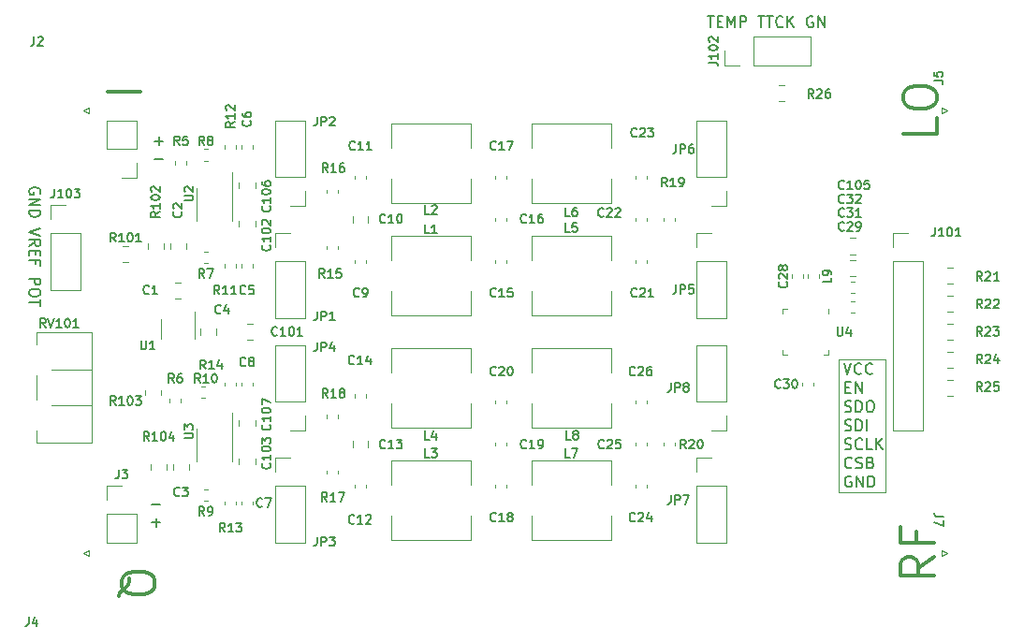
<source format=gbr>
%TF.GenerationSoftware,KiCad,Pcbnew,(5.1.8)-1*%
%TF.CreationDate,2020-12-12T14:46:25+01:00*%
%TF.ProjectId,ltc5599-test-pcb,6c746335-3539-4392-9d74-6573742d7063,rev?*%
%TF.SameCoordinates,Original*%
%TF.FileFunction,Legend,Top*%
%TF.FilePolarity,Positive*%
%FSLAX46Y46*%
G04 Gerber Fmt 4.6, Leading zero omitted, Abs format (unit mm)*
G04 Created by KiCad (PCBNEW (5.1.8)-1) date 2020-12-12 14:46:25*
%MOMM*%
%LPD*%
G01*
G04 APERTURE LIST*
%ADD10C,0.150000*%
%ADD11C,0.120000*%
%ADD12C,0.200000*%
%ADD13C,0.300000*%
G04 APERTURE END LIST*
D10*
X98875000Y-83951904D02*
X98922619Y-83856666D01*
X98922619Y-83713809D01*
X98875000Y-83570952D01*
X98779761Y-83475714D01*
X98684523Y-83428095D01*
X98494047Y-83380476D01*
X98351190Y-83380476D01*
X98160714Y-83428095D01*
X98065476Y-83475714D01*
X97970238Y-83570952D01*
X97922619Y-83713809D01*
X97922619Y-83809047D01*
X97970238Y-83951904D01*
X98017857Y-83999523D01*
X98351190Y-83999523D01*
X98351190Y-83809047D01*
X97922619Y-84428095D02*
X98922619Y-84428095D01*
X97922619Y-84999523D01*
X98922619Y-84999523D01*
X97922619Y-85475714D02*
X98922619Y-85475714D01*
X98922619Y-85713809D01*
X98875000Y-85856666D01*
X98779761Y-85951904D01*
X98684523Y-85999523D01*
X98494047Y-86047142D01*
X98351190Y-86047142D01*
X98160714Y-85999523D01*
X98065476Y-85951904D01*
X97970238Y-85856666D01*
X97922619Y-85713809D01*
X97922619Y-85475714D01*
X98922619Y-87094761D02*
X97922619Y-87428095D01*
X98922619Y-87761428D01*
X97922619Y-88666190D02*
X98398809Y-88332857D01*
X97922619Y-88094761D02*
X98922619Y-88094761D01*
X98922619Y-88475714D01*
X98875000Y-88570952D01*
X98827380Y-88618571D01*
X98732142Y-88666190D01*
X98589285Y-88666190D01*
X98494047Y-88618571D01*
X98446428Y-88570952D01*
X98398809Y-88475714D01*
X98398809Y-88094761D01*
X98446428Y-89094761D02*
X98446428Y-89428095D01*
X97922619Y-89570952D02*
X97922619Y-89094761D01*
X98922619Y-89094761D01*
X98922619Y-89570952D01*
X98446428Y-90332857D02*
X98446428Y-89999523D01*
X97922619Y-89999523D02*
X98922619Y-89999523D01*
X98922619Y-90475714D01*
X97922619Y-91618571D02*
X98922619Y-91618571D01*
X98922619Y-91999523D01*
X98875000Y-92094761D01*
X98827380Y-92142380D01*
X98732142Y-92190000D01*
X98589285Y-92190000D01*
X98494047Y-92142380D01*
X98446428Y-92094761D01*
X98398809Y-91999523D01*
X98398809Y-91618571D01*
X98922619Y-92809047D02*
X98922619Y-92999523D01*
X98875000Y-93094761D01*
X98779761Y-93190000D01*
X98589285Y-93237619D01*
X98255952Y-93237619D01*
X98065476Y-93190000D01*
X97970238Y-93094761D01*
X97922619Y-92999523D01*
X97922619Y-92809047D01*
X97970238Y-92713809D01*
X98065476Y-92618571D01*
X98255952Y-92570952D01*
X98589285Y-92570952D01*
X98779761Y-92618571D01*
X98875000Y-92713809D01*
X98922619Y-92809047D01*
X98922619Y-93523333D02*
X98922619Y-94094761D01*
X97922619Y-93809047D02*
X98922619Y-93809047D01*
X159267857Y-67892380D02*
X159839285Y-67892380D01*
X159553571Y-68892380D02*
X159553571Y-67892380D01*
X160172619Y-68368571D02*
X160505952Y-68368571D01*
X160648809Y-68892380D02*
X160172619Y-68892380D01*
X160172619Y-67892380D01*
X160648809Y-67892380D01*
X161077380Y-68892380D02*
X161077380Y-67892380D01*
X161410714Y-68606666D01*
X161744047Y-67892380D01*
X161744047Y-68892380D01*
X162220238Y-68892380D02*
X162220238Y-67892380D01*
X162601190Y-67892380D01*
X162696428Y-67940000D01*
X162744047Y-67987619D01*
X162791666Y-68082857D01*
X162791666Y-68225714D01*
X162744047Y-68320952D01*
X162696428Y-68368571D01*
X162601190Y-68416190D01*
X162220238Y-68416190D01*
X163839285Y-67892380D02*
X164410714Y-67892380D01*
X164125000Y-68892380D02*
X164125000Y-67892380D01*
X164601190Y-67892380D02*
X165172619Y-67892380D01*
X164886904Y-68892380D02*
X164886904Y-67892380D01*
X166077380Y-68797142D02*
X166029761Y-68844761D01*
X165886904Y-68892380D01*
X165791666Y-68892380D01*
X165648809Y-68844761D01*
X165553571Y-68749523D01*
X165505952Y-68654285D01*
X165458333Y-68463809D01*
X165458333Y-68320952D01*
X165505952Y-68130476D01*
X165553571Y-68035238D01*
X165648809Y-67940000D01*
X165791666Y-67892380D01*
X165886904Y-67892380D01*
X166029761Y-67940000D01*
X166077380Y-67987619D01*
X166505952Y-68892380D02*
X166505952Y-67892380D01*
X167077380Y-68892380D02*
X166648809Y-68320952D01*
X167077380Y-67892380D02*
X166505952Y-68463809D01*
X168791666Y-67940000D02*
X168696428Y-67892380D01*
X168553571Y-67892380D01*
X168410714Y-67940000D01*
X168315476Y-68035238D01*
X168267857Y-68130476D01*
X168220238Y-68320952D01*
X168220238Y-68463809D01*
X168267857Y-68654285D01*
X168315476Y-68749523D01*
X168410714Y-68844761D01*
X168553571Y-68892380D01*
X168648809Y-68892380D01*
X168791666Y-68844761D01*
X168839285Y-68797142D01*
X168839285Y-68463809D01*
X168648809Y-68463809D01*
X169267857Y-68892380D02*
X169267857Y-67892380D01*
X169839285Y-68892380D01*
X169839285Y-67892380D01*
X109244047Y-79186428D02*
X110005952Y-79186428D01*
X109625000Y-79567380D02*
X109625000Y-78805476D01*
X109244047Y-80836428D02*
X110005952Y-80836428D01*
X109755952Y-113693571D02*
X108994047Y-113693571D01*
X109375000Y-113312619D02*
X109375000Y-114074523D01*
X109755952Y-112043571D02*
X108994047Y-112043571D01*
D11*
X175375000Y-98940000D02*
X171125000Y-98940000D01*
X175375000Y-101440000D02*
X175375000Y-98940000D01*
X175375000Y-104440000D02*
X175375000Y-101440000D01*
X175375000Y-110940000D02*
X175375000Y-104440000D01*
X171125000Y-110940000D02*
X175375000Y-110940000D01*
X171125000Y-103440000D02*
X171125000Y-110940000D01*
X171125000Y-98940000D02*
X171125000Y-103440000D01*
D12*
X171600238Y-99292380D02*
X171933571Y-100292380D01*
X172266904Y-99292380D01*
X173171666Y-100197142D02*
X173124047Y-100244761D01*
X172981190Y-100292380D01*
X172885952Y-100292380D01*
X172743095Y-100244761D01*
X172647857Y-100149523D01*
X172600238Y-100054285D01*
X172552619Y-99863809D01*
X172552619Y-99720952D01*
X172600238Y-99530476D01*
X172647857Y-99435238D01*
X172743095Y-99340000D01*
X172885952Y-99292380D01*
X172981190Y-99292380D01*
X173124047Y-99340000D01*
X173171666Y-99387619D01*
X174171666Y-100197142D02*
X174124047Y-100244761D01*
X173981190Y-100292380D01*
X173885952Y-100292380D01*
X173743095Y-100244761D01*
X173647857Y-100149523D01*
X173600238Y-100054285D01*
X173552619Y-99863809D01*
X173552619Y-99720952D01*
X173600238Y-99530476D01*
X173647857Y-99435238D01*
X173743095Y-99340000D01*
X173885952Y-99292380D01*
X173981190Y-99292380D01*
X174124047Y-99340000D01*
X174171666Y-99387619D01*
X171743095Y-101468571D02*
X172076428Y-101468571D01*
X172219285Y-101992380D02*
X171743095Y-101992380D01*
X171743095Y-100992380D01*
X172219285Y-100992380D01*
X172647857Y-101992380D02*
X172647857Y-100992380D01*
X173219285Y-101992380D01*
X173219285Y-100992380D01*
X171695476Y-103644761D02*
X171838333Y-103692380D01*
X172076428Y-103692380D01*
X172171666Y-103644761D01*
X172219285Y-103597142D01*
X172266904Y-103501904D01*
X172266904Y-103406666D01*
X172219285Y-103311428D01*
X172171666Y-103263809D01*
X172076428Y-103216190D01*
X171885952Y-103168571D01*
X171790714Y-103120952D01*
X171743095Y-103073333D01*
X171695476Y-102978095D01*
X171695476Y-102882857D01*
X171743095Y-102787619D01*
X171790714Y-102740000D01*
X171885952Y-102692380D01*
X172124047Y-102692380D01*
X172266904Y-102740000D01*
X172695476Y-103692380D02*
X172695476Y-102692380D01*
X172933571Y-102692380D01*
X173076428Y-102740000D01*
X173171666Y-102835238D01*
X173219285Y-102930476D01*
X173266904Y-103120952D01*
X173266904Y-103263809D01*
X173219285Y-103454285D01*
X173171666Y-103549523D01*
X173076428Y-103644761D01*
X172933571Y-103692380D01*
X172695476Y-103692380D01*
X173885952Y-102692380D02*
X174076428Y-102692380D01*
X174171666Y-102740000D01*
X174266904Y-102835238D01*
X174314523Y-103025714D01*
X174314523Y-103359047D01*
X174266904Y-103549523D01*
X174171666Y-103644761D01*
X174076428Y-103692380D01*
X173885952Y-103692380D01*
X173790714Y-103644761D01*
X173695476Y-103549523D01*
X173647857Y-103359047D01*
X173647857Y-103025714D01*
X173695476Y-102835238D01*
X173790714Y-102740000D01*
X173885952Y-102692380D01*
X171695476Y-105344761D02*
X171838333Y-105392380D01*
X172076428Y-105392380D01*
X172171666Y-105344761D01*
X172219285Y-105297142D01*
X172266904Y-105201904D01*
X172266904Y-105106666D01*
X172219285Y-105011428D01*
X172171666Y-104963809D01*
X172076428Y-104916190D01*
X171885952Y-104868571D01*
X171790714Y-104820952D01*
X171743095Y-104773333D01*
X171695476Y-104678095D01*
X171695476Y-104582857D01*
X171743095Y-104487619D01*
X171790714Y-104440000D01*
X171885952Y-104392380D01*
X172124047Y-104392380D01*
X172266904Y-104440000D01*
X172695476Y-105392380D02*
X172695476Y-104392380D01*
X172933571Y-104392380D01*
X173076428Y-104440000D01*
X173171666Y-104535238D01*
X173219285Y-104630476D01*
X173266904Y-104820952D01*
X173266904Y-104963809D01*
X173219285Y-105154285D01*
X173171666Y-105249523D01*
X173076428Y-105344761D01*
X172933571Y-105392380D01*
X172695476Y-105392380D01*
X173695476Y-105392380D02*
X173695476Y-104392380D01*
X171695476Y-107044761D02*
X171838333Y-107092380D01*
X172076428Y-107092380D01*
X172171666Y-107044761D01*
X172219285Y-106997142D01*
X172266904Y-106901904D01*
X172266904Y-106806666D01*
X172219285Y-106711428D01*
X172171666Y-106663809D01*
X172076428Y-106616190D01*
X171885952Y-106568571D01*
X171790714Y-106520952D01*
X171743095Y-106473333D01*
X171695476Y-106378095D01*
X171695476Y-106282857D01*
X171743095Y-106187619D01*
X171790714Y-106140000D01*
X171885952Y-106092380D01*
X172124047Y-106092380D01*
X172266904Y-106140000D01*
X173266904Y-106997142D02*
X173219285Y-107044761D01*
X173076428Y-107092380D01*
X172981190Y-107092380D01*
X172838333Y-107044761D01*
X172743095Y-106949523D01*
X172695476Y-106854285D01*
X172647857Y-106663809D01*
X172647857Y-106520952D01*
X172695476Y-106330476D01*
X172743095Y-106235238D01*
X172838333Y-106140000D01*
X172981190Y-106092380D01*
X173076428Y-106092380D01*
X173219285Y-106140000D01*
X173266904Y-106187619D01*
X174171666Y-107092380D02*
X173695476Y-107092380D01*
X173695476Y-106092380D01*
X174505000Y-107092380D02*
X174505000Y-106092380D01*
X175076428Y-107092380D02*
X174647857Y-106520952D01*
X175076428Y-106092380D02*
X174505000Y-106663809D01*
X172314523Y-108697142D02*
X172266904Y-108744761D01*
X172124047Y-108792380D01*
X172028809Y-108792380D01*
X171885952Y-108744761D01*
X171790714Y-108649523D01*
X171743095Y-108554285D01*
X171695476Y-108363809D01*
X171695476Y-108220952D01*
X171743095Y-108030476D01*
X171790714Y-107935238D01*
X171885952Y-107840000D01*
X172028809Y-107792380D01*
X172124047Y-107792380D01*
X172266904Y-107840000D01*
X172314523Y-107887619D01*
X172695476Y-108744761D02*
X172838333Y-108792380D01*
X173076428Y-108792380D01*
X173171666Y-108744761D01*
X173219285Y-108697142D01*
X173266904Y-108601904D01*
X173266904Y-108506666D01*
X173219285Y-108411428D01*
X173171666Y-108363809D01*
X173076428Y-108316190D01*
X172885952Y-108268571D01*
X172790714Y-108220952D01*
X172743095Y-108173333D01*
X172695476Y-108078095D01*
X172695476Y-107982857D01*
X172743095Y-107887619D01*
X172790714Y-107840000D01*
X172885952Y-107792380D01*
X173124047Y-107792380D01*
X173266904Y-107840000D01*
X174028809Y-108268571D02*
X174171666Y-108316190D01*
X174219285Y-108363809D01*
X174266904Y-108459047D01*
X174266904Y-108601904D01*
X174219285Y-108697142D01*
X174171666Y-108744761D01*
X174076428Y-108792380D01*
X173695476Y-108792380D01*
X173695476Y-107792380D01*
X174028809Y-107792380D01*
X174124047Y-107840000D01*
X174171666Y-107887619D01*
X174219285Y-107982857D01*
X174219285Y-108078095D01*
X174171666Y-108173333D01*
X174124047Y-108220952D01*
X174028809Y-108268571D01*
X173695476Y-108268571D01*
X172266904Y-109540000D02*
X172171666Y-109492380D01*
X172028809Y-109492380D01*
X171885952Y-109540000D01*
X171790714Y-109635238D01*
X171743095Y-109730476D01*
X171695476Y-109920952D01*
X171695476Y-110063809D01*
X171743095Y-110254285D01*
X171790714Y-110349523D01*
X171885952Y-110444761D01*
X172028809Y-110492380D01*
X172124047Y-110492380D01*
X172266904Y-110444761D01*
X172314523Y-110397142D01*
X172314523Y-110063809D01*
X172124047Y-110063809D01*
X172743095Y-110492380D02*
X172743095Y-109492380D01*
X173314523Y-110492380D01*
X173314523Y-109492380D01*
X173790714Y-110492380D02*
X173790714Y-109492380D01*
X174028809Y-109492380D01*
X174171666Y-109540000D01*
X174266904Y-109635238D01*
X174314523Y-109730476D01*
X174362142Y-109920952D01*
X174362142Y-110063809D01*
X174314523Y-110254285D01*
X174266904Y-110349523D01*
X174171666Y-110444761D01*
X174028809Y-110492380D01*
X173790714Y-110492380D01*
D11*
%TO.C,C4*%
X113415000Y-96698578D02*
X113415000Y-96181422D01*
X114835000Y-96698578D02*
X114835000Y-96181422D01*
%TO.C,U1*%
X112885000Y-97070000D02*
X112885000Y-94640000D01*
X109815000Y-95310000D02*
X109815000Y-97070000D01*
%TO.C,RV101*%
X98544000Y-96459000D02*
X103585000Y-96459000D01*
X98544000Y-106500000D02*
X103585000Y-106500000D01*
X103585000Y-96459000D02*
X103585000Y-106500000D01*
X98544000Y-105405000D02*
X98544000Y-106500000D01*
X98544000Y-96459000D02*
X98544000Y-97554000D01*
X98544000Y-100406000D02*
X98544000Y-102555000D01*
X99902000Y-99860000D02*
X103585000Y-99860000D01*
X99902000Y-103100000D02*
X103585000Y-103100000D01*
X98544000Y-100406000D02*
X98544000Y-102555000D01*
X103585000Y-99860000D02*
X103585000Y-103100000D01*
%TO.C,J103*%
X99875000Y-92690000D02*
X102535000Y-92690000D01*
X99875000Y-87550000D02*
X99875000Y-92690000D01*
X102535000Y-87550000D02*
X102535000Y-92690000D01*
X99875000Y-87550000D02*
X102535000Y-87550000D01*
X99875000Y-86280000D02*
X99875000Y-84950000D01*
X99875000Y-84950000D02*
X101205000Y-84950000D01*
%TO.C,R101*%
X106397936Y-88705000D02*
X106852064Y-88705000D01*
X106397936Y-90175000D02*
X106852064Y-90175000D01*
%TO.C,C1*%
X111116422Y-93400000D02*
X111633578Y-93400000D01*
X111116422Y-91980000D02*
X111633578Y-91980000D01*
%TO.C,J1*%
X107615000Y-82530000D02*
X106285000Y-82530000D01*
X107615000Y-81200000D02*
X107615000Y-82530000D01*
X107615000Y-79930000D02*
X104955000Y-79930000D01*
X104955000Y-79930000D02*
X104955000Y-77330000D01*
X107615000Y-79930000D02*
X107615000Y-77330000D01*
X107615000Y-77330000D02*
X104955000Y-77330000D01*
%TO.C,R6*%
X111635000Y-102852779D02*
X111635000Y-102527221D01*
X110615000Y-102852779D02*
X110615000Y-102527221D01*
%TO.C,C107*%
X118360000Y-104951252D02*
X118360000Y-104428748D01*
X116890000Y-104951252D02*
X116890000Y-104428748D01*
%TO.C,C106*%
X118360000Y-83451252D02*
X118360000Y-82928748D01*
X116890000Y-83451252D02*
X116890000Y-82928748D01*
%TO.C,R104*%
X110360000Y-108917064D02*
X110360000Y-108462936D01*
X108890000Y-108917064D02*
X108890000Y-108462936D01*
%TO.C,R103*%
X109860000Y-101712936D02*
X109860000Y-102167064D01*
X108390000Y-101712936D02*
X108390000Y-102167064D01*
%TO.C,R102*%
X110110000Y-88917064D02*
X110110000Y-88462936D01*
X108640000Y-88917064D02*
X108640000Y-88462936D01*
%TO.C,C103*%
X118360000Y-107928748D02*
X118360000Y-108451252D01*
X116890000Y-107928748D02*
X116890000Y-108451252D01*
%TO.C,C105*%
X172113748Y-87955000D02*
X172636252Y-87955000D01*
X172113748Y-89425000D02*
X172636252Y-89425000D01*
%TO.C,C102*%
X118360000Y-86428748D02*
X118360000Y-86951252D01*
X116890000Y-86428748D02*
X116890000Y-86951252D01*
%TO.C,C101*%
X118136252Y-97175000D02*
X117613748Y-97175000D01*
X118136252Y-95705000D02*
X117613748Y-95705000D01*
%TO.C,J102*%
X160835000Y-72370000D02*
X160835000Y-71040000D01*
X162165000Y-72370000D02*
X160835000Y-72370000D01*
X163435000Y-72370000D02*
X163435000Y-69710000D01*
X163435000Y-69710000D02*
X168575000Y-69710000D01*
X163435000Y-72370000D02*
X168575000Y-72370000D01*
X168575000Y-72370000D02*
X168575000Y-69710000D01*
%TO.C,J101*%
X176075000Y-87490000D02*
X177405000Y-87490000D01*
X176075000Y-88820000D02*
X176075000Y-87490000D01*
X176075000Y-90090000D02*
X178735000Y-90090000D01*
X178735000Y-90090000D02*
X178735000Y-105390000D01*
X176075000Y-90090000D02*
X176075000Y-105390000D01*
X176075000Y-105390000D02*
X178735000Y-105390000D01*
%TO.C,J3*%
X104955000Y-110350000D02*
X106285000Y-110350000D01*
X104955000Y-111680000D02*
X104955000Y-110350000D01*
X104955000Y-112950000D02*
X107615000Y-112950000D01*
X107615000Y-112950000D02*
X107615000Y-115550000D01*
X104955000Y-112950000D02*
X104955000Y-115550000D01*
X104955000Y-115550000D02*
X107615000Y-115550000D01*
%TO.C,L3*%
X130625000Y-108080000D02*
X130625000Y-110280000D01*
X137825000Y-108080000D02*
X130625000Y-108080000D01*
X137825000Y-110280000D02*
X137825000Y-108080000D01*
X137825000Y-115280000D02*
X137825000Y-113080000D01*
X130625000Y-115280000D02*
X137825000Y-115280000D01*
X130625000Y-115280000D02*
X130625000Y-113080000D01*
%TO.C,L4*%
X130625000Y-97920000D02*
X130625000Y-100120000D01*
X137825000Y-97920000D02*
X130625000Y-97920000D01*
X137825000Y-100120000D02*
X137825000Y-97920000D01*
X137825000Y-105120000D02*
X137825000Y-102920000D01*
X130625000Y-105120000D02*
X137825000Y-105120000D01*
X130625000Y-105120000D02*
X130625000Y-102920000D01*
%TO.C,L1*%
X130625000Y-87760000D02*
X130625000Y-89960000D01*
X137825000Y-87760000D02*
X130625000Y-87760000D01*
X137825000Y-89960000D02*
X137825000Y-87760000D01*
X137825000Y-94960000D02*
X137825000Y-92760000D01*
X130625000Y-94960000D02*
X137825000Y-94960000D01*
X130625000Y-94960000D02*
X130625000Y-92760000D01*
%TO.C,L2*%
X130625000Y-77600000D02*
X130625000Y-79800000D01*
X137825000Y-77600000D02*
X130625000Y-77600000D01*
X137825000Y-79800000D02*
X137825000Y-77600000D01*
X137825000Y-84800000D02*
X137825000Y-82600000D01*
X130625000Y-84800000D02*
X137825000Y-84800000D01*
X130625000Y-84800000D02*
X130625000Y-82600000D01*
%TO.C,L8*%
X143325000Y-97920000D02*
X143325000Y-100120000D01*
X150525000Y-97920000D02*
X143325000Y-97920000D01*
X150525000Y-100120000D02*
X150525000Y-97920000D01*
X150525000Y-105120000D02*
X150525000Y-102920000D01*
X143325000Y-105120000D02*
X150525000Y-105120000D01*
X143325000Y-105120000D02*
X143325000Y-102920000D01*
%TO.C,L6*%
X143325000Y-77600000D02*
X143325000Y-79800000D01*
X150525000Y-77600000D02*
X143325000Y-77600000D01*
X150525000Y-79800000D02*
X150525000Y-77600000D01*
X150525000Y-84800000D02*
X150525000Y-82600000D01*
X143325000Y-84800000D02*
X150525000Y-84800000D01*
X143325000Y-84800000D02*
X143325000Y-82600000D01*
%TO.C,L7*%
X143325000Y-108080000D02*
X143325000Y-110280000D01*
X150525000Y-108080000D02*
X143325000Y-108080000D01*
X150525000Y-110280000D02*
X150525000Y-108080000D01*
X150525000Y-115280000D02*
X150525000Y-113080000D01*
X143325000Y-115280000D02*
X150525000Y-115280000D01*
X143325000Y-115280000D02*
X143325000Y-113080000D01*
%TO.C,L5*%
X143325000Y-87760000D02*
X143325000Y-89960000D01*
X150525000Y-87760000D02*
X143325000Y-87760000D01*
X150525000Y-89960000D02*
X150525000Y-87760000D01*
X150525000Y-94960000D02*
X150525000Y-92760000D01*
X143325000Y-94960000D02*
X150525000Y-94960000D01*
X143325000Y-94960000D02*
X143325000Y-92760000D01*
%TO.C,R10*%
X113787779Y-101430000D02*
X113462221Y-101430000D01*
X113787779Y-102450000D02*
X113462221Y-102450000D01*
%TO.C,R18*%
X124825000Y-104302779D02*
X124825000Y-103977221D01*
X125845000Y-104302779D02*
X125845000Y-103977221D01*
%TO.C,C10*%
X127165000Y-86538578D02*
X127165000Y-86021422D01*
X128585000Y-86538578D02*
X128585000Y-86021422D01*
%TO.C,U4*%
X170235000Y-94805000D02*
X170235000Y-94330000D01*
X166015000Y-98550000D02*
X166490000Y-98550000D01*
X166015000Y-98075000D02*
X166015000Y-98550000D01*
X166015000Y-94330000D02*
X166490000Y-94330000D01*
X166015000Y-94805000D02*
X166015000Y-94330000D01*
X170235000Y-98550000D02*
X169760000Y-98550000D01*
X170235000Y-98075000D02*
X170235000Y-98550000D01*
%TO.C,U3*%
X113015000Y-106690000D02*
X113015000Y-108190000D01*
X113015000Y-106690000D02*
X113015000Y-105190000D01*
X116235000Y-106690000D02*
X116235000Y-108190000D01*
X116235000Y-106690000D02*
X116235000Y-103765000D01*
%TO.C,U2*%
X113015000Y-84940000D02*
X113015000Y-86440000D01*
X113015000Y-84940000D02*
X113015000Y-83440000D01*
X116235000Y-84940000D02*
X116235000Y-86440000D01*
X116235000Y-84940000D02*
X116235000Y-82015000D01*
%TO.C,R26*%
X165716422Y-75560000D02*
X166233578Y-75560000D01*
X165716422Y-74140000D02*
X166233578Y-74140000D01*
%TO.C,R25*%
X181473578Y-102230000D02*
X180956422Y-102230000D01*
X181473578Y-100810000D02*
X180956422Y-100810000D01*
%TO.C,R24*%
X180956422Y-98270000D02*
X181473578Y-98270000D01*
X180956422Y-99690000D02*
X181473578Y-99690000D01*
%TO.C,R23*%
X181473578Y-94610000D02*
X180956422Y-94610000D01*
X181473578Y-93190000D02*
X180956422Y-93190000D01*
%TO.C,R22*%
X180956422Y-95730000D02*
X181473578Y-95730000D01*
X180956422Y-97150000D02*
X181473578Y-97150000D01*
%TO.C,R21*%
X181473578Y-92070000D02*
X180956422Y-92070000D01*
X181473578Y-90650000D02*
X180956422Y-90650000D01*
%TO.C,R20*%
X155305000Y-106762779D02*
X155305000Y-106437221D01*
X156325000Y-106762779D02*
X156325000Y-106437221D01*
%TO.C,R19*%
X155305000Y-86442779D02*
X155305000Y-86117221D01*
X156325000Y-86442779D02*
X156325000Y-86117221D01*
%TO.C,R17*%
X125845000Y-108977221D02*
X125845000Y-109302779D01*
X124825000Y-108977221D02*
X124825000Y-109302779D01*
%TO.C,R16*%
X124825000Y-83902779D02*
X124825000Y-83577221D01*
X125845000Y-83902779D02*
X125845000Y-83577221D01*
%TO.C,R15*%
X125845000Y-88657221D02*
X125845000Y-88982779D01*
X124825000Y-88657221D02*
X124825000Y-88982779D01*
%TO.C,R14*%
X116635000Y-101027221D02*
X116635000Y-101352779D01*
X115615000Y-101027221D02*
X115615000Y-101352779D01*
%TO.C,R13*%
X115615000Y-112102779D02*
X115615000Y-111777221D01*
X116635000Y-112102779D02*
X116635000Y-111777221D01*
%TO.C,R12*%
X116635000Y-79527221D02*
X116635000Y-79852779D01*
X115615000Y-79527221D02*
X115615000Y-79852779D01*
%TO.C,R11*%
X115615000Y-90602779D02*
X115615000Y-90277221D01*
X116635000Y-90602779D02*
X116635000Y-90277221D01*
%TO.C,R9*%
X114037779Y-111700000D02*
X113712221Y-111700000D01*
X114037779Y-110680000D02*
X113712221Y-110680000D01*
%TO.C,R8*%
X114037779Y-79930000D02*
X113712221Y-79930000D01*
X114037779Y-80950000D02*
X113712221Y-80950000D01*
%TO.C,R7*%
X114037779Y-90200000D02*
X113712221Y-90200000D01*
X114037779Y-89180000D02*
X113712221Y-89180000D01*
%TO.C,R5*%
X112135000Y-81352779D02*
X112135000Y-81027221D01*
X111115000Y-81352779D02*
X111115000Y-81027221D01*
%TO.C,L9*%
X168365000Y-91602779D02*
X168365000Y-91277221D01*
X169385000Y-91602779D02*
X169385000Y-91277221D01*
%TO.C,JP8*%
X160955000Y-97650000D02*
X158295000Y-97650000D01*
X160955000Y-102790000D02*
X160955000Y-97650000D01*
X158295000Y-102790000D02*
X158295000Y-97650000D01*
X160955000Y-102790000D02*
X158295000Y-102790000D01*
X160955000Y-104060000D02*
X160955000Y-105390000D01*
X160955000Y-105390000D02*
X159625000Y-105390000D01*
%TO.C,JP7*%
X158295000Y-115550000D02*
X160955000Y-115550000D01*
X158295000Y-110410000D02*
X158295000Y-115550000D01*
X160955000Y-110410000D02*
X160955000Y-115550000D01*
X158295000Y-110410000D02*
X160955000Y-110410000D01*
X158295000Y-109140000D02*
X158295000Y-107810000D01*
X158295000Y-107810000D02*
X159625000Y-107810000D01*
%TO.C,JP6*%
X160955000Y-77330000D02*
X158295000Y-77330000D01*
X160955000Y-82470000D02*
X160955000Y-77330000D01*
X158295000Y-82470000D02*
X158295000Y-77330000D01*
X160955000Y-82470000D02*
X158295000Y-82470000D01*
X160955000Y-83740000D02*
X160955000Y-85070000D01*
X160955000Y-85070000D02*
X159625000Y-85070000D01*
%TO.C,JP5*%
X158295000Y-95230000D02*
X160955000Y-95230000D01*
X158295000Y-90090000D02*
X158295000Y-95230000D01*
X160955000Y-90090000D02*
X160955000Y-95230000D01*
X158295000Y-90090000D02*
X160955000Y-90090000D01*
X158295000Y-88820000D02*
X158295000Y-87490000D01*
X158295000Y-87490000D02*
X159625000Y-87490000D01*
%TO.C,JP4*%
X122855000Y-97650000D02*
X120195000Y-97650000D01*
X122855000Y-102790000D02*
X122855000Y-97650000D01*
X120195000Y-102790000D02*
X120195000Y-97650000D01*
X122855000Y-102790000D02*
X120195000Y-102790000D01*
X122855000Y-104060000D02*
X122855000Y-105390000D01*
X122855000Y-105390000D02*
X121525000Y-105390000D01*
%TO.C,JP3*%
X120195000Y-115550000D02*
X122855000Y-115550000D01*
X120195000Y-110410000D02*
X120195000Y-115550000D01*
X122855000Y-110410000D02*
X122855000Y-115550000D01*
X120195000Y-110410000D02*
X122855000Y-110410000D01*
X120195000Y-109140000D02*
X120195000Y-107810000D01*
X120195000Y-107810000D02*
X121525000Y-107810000D01*
%TO.C,JP2*%
X122855000Y-77330000D02*
X120195000Y-77330000D01*
X122855000Y-82470000D02*
X122855000Y-77330000D01*
X120195000Y-82470000D02*
X120195000Y-77330000D01*
X122855000Y-82470000D02*
X120195000Y-82470000D01*
X122855000Y-83740000D02*
X122855000Y-85070000D01*
X122855000Y-85070000D02*
X121525000Y-85070000D01*
%TO.C,JP1*%
X120195000Y-95230000D02*
X122855000Y-95230000D01*
X120195000Y-90090000D02*
X120195000Y-95230000D01*
X122855000Y-90090000D02*
X122855000Y-95230000D01*
X120195000Y-90090000D02*
X122855000Y-90090000D01*
X120195000Y-88820000D02*
X120195000Y-87490000D01*
X120195000Y-87490000D02*
X121525000Y-87490000D01*
%TO.C,J7*%
X180415000Y-116690000D02*
X180915000Y-116440000D01*
X180415000Y-116190000D02*
X180415000Y-116690000D01*
X180915000Y-116440000D02*
X180415000Y-116190000D01*
%TO.C,J5*%
X180415000Y-76690000D02*
X180915000Y-76440000D01*
X180415000Y-76190000D02*
X180415000Y-76690000D01*
X180915000Y-76440000D02*
X180415000Y-76190000D01*
%TO.C,J4*%
X102805000Y-116440000D02*
X103305000Y-116690000D01*
X103305000Y-116690000D02*
X103305000Y-116190000D01*
X103305000Y-116190000D02*
X102805000Y-116440000D01*
%TO.C,J2*%
X102805000Y-76440000D02*
X103305000Y-76690000D01*
X103305000Y-76690000D02*
X103305000Y-76190000D01*
X103305000Y-76190000D02*
X102805000Y-76440000D01*
%TO.C,C32*%
X172116422Y-89980000D02*
X172633578Y-89980000D01*
X172116422Y-91400000D02*
X172633578Y-91400000D01*
%TO.C,C31*%
X172212221Y-91930000D02*
X172537779Y-91930000D01*
X172212221Y-92950000D02*
X172537779Y-92950000D01*
%TO.C,C30*%
X167865000Y-101352779D02*
X167865000Y-101027221D01*
X168885000Y-101352779D02*
X168885000Y-101027221D01*
%TO.C,C29*%
X172212221Y-93680000D02*
X172537779Y-93680000D01*
X172212221Y-94700000D02*
X172537779Y-94700000D01*
%TO.C,C28*%
X166865000Y-91602779D02*
X166865000Y-91277221D01*
X167885000Y-91602779D02*
X167885000Y-91277221D01*
%TO.C,C26*%
X152765000Y-102952779D02*
X152765000Y-102627221D01*
X153785000Y-102952779D02*
X153785000Y-102627221D01*
%TO.C,C25*%
X152765000Y-106762779D02*
X152765000Y-106437221D01*
X153785000Y-106762779D02*
X153785000Y-106437221D01*
%TO.C,C24*%
X152765000Y-110572779D02*
X152765000Y-110247221D01*
X153785000Y-110572779D02*
X153785000Y-110247221D01*
%TO.C,C23*%
X152765000Y-82632779D02*
X152765000Y-82307221D01*
X153785000Y-82632779D02*
X153785000Y-82307221D01*
%TO.C,C22*%
X152765000Y-86442779D02*
X152765000Y-86117221D01*
X153785000Y-86442779D02*
X153785000Y-86117221D01*
%TO.C,C21*%
X152765000Y-90252779D02*
X152765000Y-89927221D01*
X153785000Y-90252779D02*
X153785000Y-89927221D01*
%TO.C,C20*%
X140065000Y-102952779D02*
X140065000Y-102627221D01*
X141085000Y-102952779D02*
X141085000Y-102627221D01*
%TO.C,C19*%
X140065000Y-106762779D02*
X140065000Y-106437221D01*
X141085000Y-106762779D02*
X141085000Y-106437221D01*
%TO.C,C18*%
X140065000Y-110572779D02*
X140065000Y-110247221D01*
X141085000Y-110572779D02*
X141085000Y-110247221D01*
%TO.C,C17*%
X140065000Y-82632779D02*
X140065000Y-82307221D01*
X141085000Y-82632779D02*
X141085000Y-82307221D01*
%TO.C,C16*%
X140065000Y-86442779D02*
X140065000Y-86117221D01*
X141085000Y-86442779D02*
X141085000Y-86117221D01*
%TO.C,C15*%
X140065000Y-90252779D02*
X140065000Y-89927221D01*
X141085000Y-90252779D02*
X141085000Y-89927221D01*
%TO.C,C14*%
X127365000Y-102397779D02*
X127365000Y-102072221D01*
X128385000Y-102397779D02*
X128385000Y-102072221D01*
%TO.C,C13*%
X127165000Y-106858578D02*
X127165000Y-106341422D01*
X128585000Y-106858578D02*
X128585000Y-106341422D01*
%TO.C,C12*%
X128385000Y-110247221D02*
X128385000Y-110572779D01*
X127365000Y-110247221D02*
X127365000Y-110572779D01*
%TO.C,C11*%
X127365000Y-82632779D02*
X127365000Y-82307221D01*
X128385000Y-82632779D02*
X128385000Y-82307221D01*
%TO.C,C9*%
X128385000Y-89927221D02*
X128385000Y-90252779D01*
X127365000Y-89927221D02*
X127365000Y-90252779D01*
%TO.C,C8*%
X118135000Y-101027221D02*
X118135000Y-101352779D01*
X117115000Y-101027221D02*
X117115000Y-101352779D01*
%TO.C,C7*%
X117115000Y-112102779D02*
X117115000Y-111777221D01*
X118135000Y-112102779D02*
X118135000Y-111777221D01*
%TO.C,C6*%
X118135000Y-79527221D02*
X118135000Y-79852779D01*
X117115000Y-79527221D02*
X117115000Y-79852779D01*
%TO.C,C5*%
X117115000Y-90602779D02*
X117115000Y-90277221D01*
X118135000Y-90602779D02*
X118135000Y-90277221D01*
%TO.C,C3*%
X110915000Y-108948578D02*
X110915000Y-108431422D01*
X112335000Y-108948578D02*
X112335000Y-108431422D01*
%TO.C,C2*%
X110665000Y-88948578D02*
X110665000Y-88431422D01*
X112085000Y-88948578D02*
X112085000Y-88431422D01*
%TO.C,C4*%
D10*
X115241666Y-94725714D02*
X115203571Y-94763809D01*
X115089285Y-94801904D01*
X115013095Y-94801904D01*
X114898809Y-94763809D01*
X114822619Y-94687619D01*
X114784523Y-94611428D01*
X114746428Y-94459047D01*
X114746428Y-94344761D01*
X114784523Y-94192380D01*
X114822619Y-94116190D01*
X114898809Y-94040000D01*
X115013095Y-94001904D01*
X115089285Y-94001904D01*
X115203571Y-94040000D01*
X115241666Y-94078095D01*
X115927380Y-94268571D02*
X115927380Y-94801904D01*
X115736904Y-93963809D02*
X115546428Y-94535238D01*
X116041666Y-94535238D01*
%TO.C,U1*%
X108015476Y-97251904D02*
X108015476Y-97899523D01*
X108053571Y-97975714D01*
X108091666Y-98013809D01*
X108167857Y-98051904D01*
X108320238Y-98051904D01*
X108396428Y-98013809D01*
X108434523Y-97975714D01*
X108472619Y-97899523D01*
X108472619Y-97251904D01*
X109272619Y-98051904D02*
X108815476Y-98051904D01*
X109044047Y-98051904D02*
X109044047Y-97251904D01*
X108967857Y-97366190D01*
X108891666Y-97442380D01*
X108815476Y-97480476D01*
%TO.C,RV101*%
X99386904Y-96051904D02*
X99120238Y-95670952D01*
X98929761Y-96051904D02*
X98929761Y-95251904D01*
X99234523Y-95251904D01*
X99310714Y-95290000D01*
X99348809Y-95328095D01*
X99386904Y-95404285D01*
X99386904Y-95518571D01*
X99348809Y-95594761D01*
X99310714Y-95632857D01*
X99234523Y-95670952D01*
X98929761Y-95670952D01*
X99615476Y-95251904D02*
X99882142Y-96051904D01*
X100148809Y-95251904D01*
X100834523Y-96051904D02*
X100377380Y-96051904D01*
X100605952Y-96051904D02*
X100605952Y-95251904D01*
X100529761Y-95366190D01*
X100453571Y-95442380D01*
X100377380Y-95480476D01*
X101329761Y-95251904D02*
X101405952Y-95251904D01*
X101482142Y-95290000D01*
X101520238Y-95328095D01*
X101558333Y-95404285D01*
X101596428Y-95556666D01*
X101596428Y-95747142D01*
X101558333Y-95899523D01*
X101520238Y-95975714D01*
X101482142Y-96013809D01*
X101405952Y-96051904D01*
X101329761Y-96051904D01*
X101253571Y-96013809D01*
X101215476Y-95975714D01*
X101177380Y-95899523D01*
X101139285Y-95747142D01*
X101139285Y-95556666D01*
X101177380Y-95404285D01*
X101215476Y-95328095D01*
X101253571Y-95290000D01*
X101329761Y-95251904D01*
X102358333Y-96051904D02*
X101901190Y-96051904D01*
X102129761Y-96051904D02*
X102129761Y-95251904D01*
X102053571Y-95366190D01*
X101977380Y-95442380D01*
X101901190Y-95480476D01*
%TO.C,J103*%
X100176428Y-83511904D02*
X100176428Y-84083333D01*
X100138333Y-84197619D01*
X100062142Y-84273809D01*
X99947857Y-84311904D01*
X99871666Y-84311904D01*
X100976428Y-84311904D02*
X100519285Y-84311904D01*
X100747857Y-84311904D02*
X100747857Y-83511904D01*
X100671666Y-83626190D01*
X100595476Y-83702380D01*
X100519285Y-83740476D01*
X101471666Y-83511904D02*
X101547857Y-83511904D01*
X101624047Y-83550000D01*
X101662142Y-83588095D01*
X101700238Y-83664285D01*
X101738333Y-83816666D01*
X101738333Y-84007142D01*
X101700238Y-84159523D01*
X101662142Y-84235714D01*
X101624047Y-84273809D01*
X101547857Y-84311904D01*
X101471666Y-84311904D01*
X101395476Y-84273809D01*
X101357380Y-84235714D01*
X101319285Y-84159523D01*
X101281190Y-84007142D01*
X101281190Y-83816666D01*
X101319285Y-83664285D01*
X101357380Y-83588095D01*
X101395476Y-83550000D01*
X101471666Y-83511904D01*
X102005000Y-83511904D02*
X102500238Y-83511904D01*
X102233571Y-83816666D01*
X102347857Y-83816666D01*
X102424047Y-83854761D01*
X102462142Y-83892857D01*
X102500238Y-83969047D01*
X102500238Y-84159523D01*
X102462142Y-84235714D01*
X102424047Y-84273809D01*
X102347857Y-84311904D01*
X102119285Y-84311904D01*
X102043095Y-84273809D01*
X102005000Y-84235714D01*
%TO.C,R101*%
X105729761Y-88301904D02*
X105463095Y-87920952D01*
X105272619Y-88301904D02*
X105272619Y-87501904D01*
X105577380Y-87501904D01*
X105653571Y-87540000D01*
X105691666Y-87578095D01*
X105729761Y-87654285D01*
X105729761Y-87768571D01*
X105691666Y-87844761D01*
X105653571Y-87882857D01*
X105577380Y-87920952D01*
X105272619Y-87920952D01*
X106491666Y-88301904D02*
X106034523Y-88301904D01*
X106263095Y-88301904D02*
X106263095Y-87501904D01*
X106186904Y-87616190D01*
X106110714Y-87692380D01*
X106034523Y-87730476D01*
X106986904Y-87501904D02*
X107063095Y-87501904D01*
X107139285Y-87540000D01*
X107177380Y-87578095D01*
X107215476Y-87654285D01*
X107253571Y-87806666D01*
X107253571Y-87997142D01*
X107215476Y-88149523D01*
X107177380Y-88225714D01*
X107139285Y-88263809D01*
X107063095Y-88301904D01*
X106986904Y-88301904D01*
X106910714Y-88263809D01*
X106872619Y-88225714D01*
X106834523Y-88149523D01*
X106796428Y-87997142D01*
X106796428Y-87806666D01*
X106834523Y-87654285D01*
X106872619Y-87578095D01*
X106910714Y-87540000D01*
X106986904Y-87501904D01*
X108015476Y-88301904D02*
X107558333Y-88301904D01*
X107786904Y-88301904D02*
X107786904Y-87501904D01*
X107710714Y-87616190D01*
X107634523Y-87692380D01*
X107558333Y-87730476D01*
%TO.C,C1*%
X108741666Y-92975714D02*
X108703571Y-93013809D01*
X108589285Y-93051904D01*
X108513095Y-93051904D01*
X108398809Y-93013809D01*
X108322619Y-92937619D01*
X108284523Y-92861428D01*
X108246428Y-92709047D01*
X108246428Y-92594761D01*
X108284523Y-92442380D01*
X108322619Y-92366190D01*
X108398809Y-92290000D01*
X108513095Y-92251904D01*
X108589285Y-92251904D01*
X108703571Y-92290000D01*
X108741666Y-92328095D01*
X109503571Y-93051904D02*
X109046428Y-93051904D01*
X109275000Y-93051904D02*
X109275000Y-92251904D01*
X109198809Y-92366190D01*
X109122619Y-92442380D01*
X109046428Y-92480476D01*
%TO.C,R6*%
X110991666Y-101051904D02*
X110725000Y-100670952D01*
X110534523Y-101051904D02*
X110534523Y-100251904D01*
X110839285Y-100251904D01*
X110915476Y-100290000D01*
X110953571Y-100328095D01*
X110991666Y-100404285D01*
X110991666Y-100518571D01*
X110953571Y-100594761D01*
X110915476Y-100632857D01*
X110839285Y-100670952D01*
X110534523Y-100670952D01*
X111677380Y-100251904D02*
X111525000Y-100251904D01*
X111448809Y-100290000D01*
X111410714Y-100328095D01*
X111334523Y-100442380D01*
X111296428Y-100594761D01*
X111296428Y-100899523D01*
X111334523Y-100975714D01*
X111372619Y-101013809D01*
X111448809Y-101051904D01*
X111601190Y-101051904D01*
X111677380Y-101013809D01*
X111715476Y-100975714D01*
X111753571Y-100899523D01*
X111753571Y-100709047D01*
X111715476Y-100632857D01*
X111677380Y-100594761D01*
X111601190Y-100556666D01*
X111448809Y-100556666D01*
X111372619Y-100594761D01*
X111334523Y-100632857D01*
X111296428Y-100709047D01*
%TO.C,C107*%
X119660714Y-104835238D02*
X119698809Y-104873333D01*
X119736904Y-104987619D01*
X119736904Y-105063809D01*
X119698809Y-105178095D01*
X119622619Y-105254285D01*
X119546428Y-105292380D01*
X119394047Y-105330476D01*
X119279761Y-105330476D01*
X119127380Y-105292380D01*
X119051190Y-105254285D01*
X118975000Y-105178095D01*
X118936904Y-105063809D01*
X118936904Y-104987619D01*
X118975000Y-104873333D01*
X119013095Y-104835238D01*
X119736904Y-104073333D02*
X119736904Y-104530476D01*
X119736904Y-104301904D02*
X118936904Y-104301904D01*
X119051190Y-104378095D01*
X119127380Y-104454285D01*
X119165476Y-104530476D01*
X118936904Y-103578095D02*
X118936904Y-103501904D01*
X118975000Y-103425714D01*
X119013095Y-103387619D01*
X119089285Y-103349523D01*
X119241666Y-103311428D01*
X119432142Y-103311428D01*
X119584523Y-103349523D01*
X119660714Y-103387619D01*
X119698809Y-103425714D01*
X119736904Y-103501904D01*
X119736904Y-103578095D01*
X119698809Y-103654285D01*
X119660714Y-103692380D01*
X119584523Y-103730476D01*
X119432142Y-103768571D01*
X119241666Y-103768571D01*
X119089285Y-103730476D01*
X119013095Y-103692380D01*
X118975000Y-103654285D01*
X118936904Y-103578095D01*
X118936904Y-103044761D02*
X118936904Y-102511428D01*
X119736904Y-102854285D01*
%TO.C,C106*%
X119660714Y-85085238D02*
X119698809Y-85123333D01*
X119736904Y-85237619D01*
X119736904Y-85313809D01*
X119698809Y-85428095D01*
X119622619Y-85504285D01*
X119546428Y-85542380D01*
X119394047Y-85580476D01*
X119279761Y-85580476D01*
X119127380Y-85542380D01*
X119051190Y-85504285D01*
X118975000Y-85428095D01*
X118936904Y-85313809D01*
X118936904Y-85237619D01*
X118975000Y-85123333D01*
X119013095Y-85085238D01*
X119736904Y-84323333D02*
X119736904Y-84780476D01*
X119736904Y-84551904D02*
X118936904Y-84551904D01*
X119051190Y-84628095D01*
X119127380Y-84704285D01*
X119165476Y-84780476D01*
X118936904Y-83828095D02*
X118936904Y-83751904D01*
X118975000Y-83675714D01*
X119013095Y-83637619D01*
X119089285Y-83599523D01*
X119241666Y-83561428D01*
X119432142Y-83561428D01*
X119584523Y-83599523D01*
X119660714Y-83637619D01*
X119698809Y-83675714D01*
X119736904Y-83751904D01*
X119736904Y-83828095D01*
X119698809Y-83904285D01*
X119660714Y-83942380D01*
X119584523Y-83980476D01*
X119432142Y-84018571D01*
X119241666Y-84018571D01*
X119089285Y-83980476D01*
X119013095Y-83942380D01*
X118975000Y-83904285D01*
X118936904Y-83828095D01*
X118936904Y-82875714D02*
X118936904Y-83028095D01*
X118975000Y-83104285D01*
X119013095Y-83142380D01*
X119127380Y-83218571D01*
X119279761Y-83256666D01*
X119584523Y-83256666D01*
X119660714Y-83218571D01*
X119698809Y-83180476D01*
X119736904Y-83104285D01*
X119736904Y-82951904D01*
X119698809Y-82875714D01*
X119660714Y-82837619D01*
X119584523Y-82799523D01*
X119394047Y-82799523D01*
X119317857Y-82837619D01*
X119279761Y-82875714D01*
X119241666Y-82951904D01*
X119241666Y-83104285D01*
X119279761Y-83180476D01*
X119317857Y-83218571D01*
X119394047Y-83256666D01*
%TO.C,R104*%
X108729761Y-106301904D02*
X108463095Y-105920952D01*
X108272619Y-106301904D02*
X108272619Y-105501904D01*
X108577380Y-105501904D01*
X108653571Y-105540000D01*
X108691666Y-105578095D01*
X108729761Y-105654285D01*
X108729761Y-105768571D01*
X108691666Y-105844761D01*
X108653571Y-105882857D01*
X108577380Y-105920952D01*
X108272619Y-105920952D01*
X109491666Y-106301904D02*
X109034523Y-106301904D01*
X109263095Y-106301904D02*
X109263095Y-105501904D01*
X109186904Y-105616190D01*
X109110714Y-105692380D01*
X109034523Y-105730476D01*
X109986904Y-105501904D02*
X110063095Y-105501904D01*
X110139285Y-105540000D01*
X110177380Y-105578095D01*
X110215476Y-105654285D01*
X110253571Y-105806666D01*
X110253571Y-105997142D01*
X110215476Y-106149523D01*
X110177380Y-106225714D01*
X110139285Y-106263809D01*
X110063095Y-106301904D01*
X109986904Y-106301904D01*
X109910714Y-106263809D01*
X109872619Y-106225714D01*
X109834523Y-106149523D01*
X109796428Y-105997142D01*
X109796428Y-105806666D01*
X109834523Y-105654285D01*
X109872619Y-105578095D01*
X109910714Y-105540000D01*
X109986904Y-105501904D01*
X110939285Y-105768571D02*
X110939285Y-106301904D01*
X110748809Y-105463809D02*
X110558333Y-106035238D01*
X111053571Y-106035238D01*
%TO.C,R103*%
X105729761Y-103051904D02*
X105463095Y-102670952D01*
X105272619Y-103051904D02*
X105272619Y-102251904D01*
X105577380Y-102251904D01*
X105653571Y-102290000D01*
X105691666Y-102328095D01*
X105729761Y-102404285D01*
X105729761Y-102518571D01*
X105691666Y-102594761D01*
X105653571Y-102632857D01*
X105577380Y-102670952D01*
X105272619Y-102670952D01*
X106491666Y-103051904D02*
X106034523Y-103051904D01*
X106263095Y-103051904D02*
X106263095Y-102251904D01*
X106186904Y-102366190D01*
X106110714Y-102442380D01*
X106034523Y-102480476D01*
X106986904Y-102251904D02*
X107063095Y-102251904D01*
X107139285Y-102290000D01*
X107177380Y-102328095D01*
X107215476Y-102404285D01*
X107253571Y-102556666D01*
X107253571Y-102747142D01*
X107215476Y-102899523D01*
X107177380Y-102975714D01*
X107139285Y-103013809D01*
X107063095Y-103051904D01*
X106986904Y-103051904D01*
X106910714Y-103013809D01*
X106872619Y-102975714D01*
X106834523Y-102899523D01*
X106796428Y-102747142D01*
X106796428Y-102556666D01*
X106834523Y-102404285D01*
X106872619Y-102328095D01*
X106910714Y-102290000D01*
X106986904Y-102251904D01*
X107520238Y-102251904D02*
X108015476Y-102251904D01*
X107748809Y-102556666D01*
X107863095Y-102556666D01*
X107939285Y-102594761D01*
X107977380Y-102632857D01*
X108015476Y-102709047D01*
X108015476Y-102899523D01*
X107977380Y-102975714D01*
X107939285Y-103013809D01*
X107863095Y-103051904D01*
X107634523Y-103051904D01*
X107558333Y-103013809D01*
X107520238Y-102975714D01*
%TO.C,R102*%
X109736904Y-85585238D02*
X109355952Y-85851904D01*
X109736904Y-86042380D02*
X108936904Y-86042380D01*
X108936904Y-85737619D01*
X108975000Y-85661428D01*
X109013095Y-85623333D01*
X109089285Y-85585238D01*
X109203571Y-85585238D01*
X109279761Y-85623333D01*
X109317857Y-85661428D01*
X109355952Y-85737619D01*
X109355952Y-86042380D01*
X109736904Y-84823333D02*
X109736904Y-85280476D01*
X109736904Y-85051904D02*
X108936904Y-85051904D01*
X109051190Y-85128095D01*
X109127380Y-85204285D01*
X109165476Y-85280476D01*
X108936904Y-84328095D02*
X108936904Y-84251904D01*
X108975000Y-84175714D01*
X109013095Y-84137619D01*
X109089285Y-84099523D01*
X109241666Y-84061428D01*
X109432142Y-84061428D01*
X109584523Y-84099523D01*
X109660714Y-84137619D01*
X109698809Y-84175714D01*
X109736904Y-84251904D01*
X109736904Y-84328095D01*
X109698809Y-84404285D01*
X109660714Y-84442380D01*
X109584523Y-84480476D01*
X109432142Y-84518571D01*
X109241666Y-84518571D01*
X109089285Y-84480476D01*
X109013095Y-84442380D01*
X108975000Y-84404285D01*
X108936904Y-84328095D01*
X109013095Y-83756666D02*
X108975000Y-83718571D01*
X108936904Y-83642380D01*
X108936904Y-83451904D01*
X108975000Y-83375714D01*
X109013095Y-83337619D01*
X109089285Y-83299523D01*
X109165476Y-83299523D01*
X109279761Y-83337619D01*
X109736904Y-83794761D01*
X109736904Y-83299523D01*
%TO.C,C103*%
X119660714Y-108335238D02*
X119698809Y-108373333D01*
X119736904Y-108487619D01*
X119736904Y-108563809D01*
X119698809Y-108678095D01*
X119622619Y-108754285D01*
X119546428Y-108792380D01*
X119394047Y-108830476D01*
X119279761Y-108830476D01*
X119127380Y-108792380D01*
X119051190Y-108754285D01*
X118975000Y-108678095D01*
X118936904Y-108563809D01*
X118936904Y-108487619D01*
X118975000Y-108373333D01*
X119013095Y-108335238D01*
X119736904Y-107573333D02*
X119736904Y-108030476D01*
X119736904Y-107801904D02*
X118936904Y-107801904D01*
X119051190Y-107878095D01*
X119127380Y-107954285D01*
X119165476Y-108030476D01*
X118936904Y-107078095D02*
X118936904Y-107001904D01*
X118975000Y-106925714D01*
X119013095Y-106887619D01*
X119089285Y-106849523D01*
X119241666Y-106811428D01*
X119432142Y-106811428D01*
X119584523Y-106849523D01*
X119660714Y-106887619D01*
X119698809Y-106925714D01*
X119736904Y-107001904D01*
X119736904Y-107078095D01*
X119698809Y-107154285D01*
X119660714Y-107192380D01*
X119584523Y-107230476D01*
X119432142Y-107268571D01*
X119241666Y-107268571D01*
X119089285Y-107230476D01*
X119013095Y-107192380D01*
X118975000Y-107154285D01*
X118936904Y-107078095D01*
X118936904Y-106544761D02*
X118936904Y-106049523D01*
X119241666Y-106316190D01*
X119241666Y-106201904D01*
X119279761Y-106125714D01*
X119317857Y-106087619D01*
X119394047Y-106049523D01*
X119584523Y-106049523D01*
X119660714Y-106087619D01*
X119698809Y-106125714D01*
X119736904Y-106201904D01*
X119736904Y-106430476D01*
X119698809Y-106506666D01*
X119660714Y-106544761D01*
%TO.C,C105*%
X171620119Y-83475714D02*
X171582023Y-83513809D01*
X171467738Y-83551904D01*
X171391547Y-83551904D01*
X171277261Y-83513809D01*
X171201071Y-83437619D01*
X171162976Y-83361428D01*
X171124880Y-83209047D01*
X171124880Y-83094761D01*
X171162976Y-82942380D01*
X171201071Y-82866190D01*
X171277261Y-82790000D01*
X171391547Y-82751904D01*
X171467738Y-82751904D01*
X171582023Y-82790000D01*
X171620119Y-82828095D01*
X172382023Y-83551904D02*
X171924880Y-83551904D01*
X172153452Y-83551904D02*
X172153452Y-82751904D01*
X172077261Y-82866190D01*
X172001071Y-82942380D01*
X171924880Y-82980476D01*
X172877261Y-82751904D02*
X172953452Y-82751904D01*
X173029642Y-82790000D01*
X173067738Y-82828095D01*
X173105833Y-82904285D01*
X173143928Y-83056666D01*
X173143928Y-83247142D01*
X173105833Y-83399523D01*
X173067738Y-83475714D01*
X173029642Y-83513809D01*
X172953452Y-83551904D01*
X172877261Y-83551904D01*
X172801071Y-83513809D01*
X172762976Y-83475714D01*
X172724880Y-83399523D01*
X172686785Y-83247142D01*
X172686785Y-83056666D01*
X172724880Y-82904285D01*
X172762976Y-82828095D01*
X172801071Y-82790000D01*
X172877261Y-82751904D01*
X173867738Y-82751904D02*
X173486785Y-82751904D01*
X173448690Y-83132857D01*
X173486785Y-83094761D01*
X173562976Y-83056666D01*
X173753452Y-83056666D01*
X173829642Y-83094761D01*
X173867738Y-83132857D01*
X173905833Y-83209047D01*
X173905833Y-83399523D01*
X173867738Y-83475714D01*
X173829642Y-83513809D01*
X173753452Y-83551904D01*
X173562976Y-83551904D01*
X173486785Y-83513809D01*
X173448690Y-83475714D01*
%TO.C,C102*%
X119660714Y-88585238D02*
X119698809Y-88623333D01*
X119736904Y-88737619D01*
X119736904Y-88813809D01*
X119698809Y-88928095D01*
X119622619Y-89004285D01*
X119546428Y-89042380D01*
X119394047Y-89080476D01*
X119279761Y-89080476D01*
X119127380Y-89042380D01*
X119051190Y-89004285D01*
X118975000Y-88928095D01*
X118936904Y-88813809D01*
X118936904Y-88737619D01*
X118975000Y-88623333D01*
X119013095Y-88585238D01*
X119736904Y-87823333D02*
X119736904Y-88280476D01*
X119736904Y-88051904D02*
X118936904Y-88051904D01*
X119051190Y-88128095D01*
X119127380Y-88204285D01*
X119165476Y-88280476D01*
X118936904Y-87328095D02*
X118936904Y-87251904D01*
X118975000Y-87175714D01*
X119013095Y-87137619D01*
X119089285Y-87099523D01*
X119241666Y-87061428D01*
X119432142Y-87061428D01*
X119584523Y-87099523D01*
X119660714Y-87137619D01*
X119698809Y-87175714D01*
X119736904Y-87251904D01*
X119736904Y-87328095D01*
X119698809Y-87404285D01*
X119660714Y-87442380D01*
X119584523Y-87480476D01*
X119432142Y-87518571D01*
X119241666Y-87518571D01*
X119089285Y-87480476D01*
X119013095Y-87442380D01*
X118975000Y-87404285D01*
X118936904Y-87328095D01*
X119013095Y-86756666D02*
X118975000Y-86718571D01*
X118936904Y-86642380D01*
X118936904Y-86451904D01*
X118975000Y-86375714D01*
X119013095Y-86337619D01*
X119089285Y-86299523D01*
X119165476Y-86299523D01*
X119279761Y-86337619D01*
X119736904Y-86794761D01*
X119736904Y-86299523D01*
%TO.C,C101*%
X120329761Y-96725714D02*
X120291666Y-96763809D01*
X120177380Y-96801904D01*
X120101190Y-96801904D01*
X119986904Y-96763809D01*
X119910714Y-96687619D01*
X119872619Y-96611428D01*
X119834523Y-96459047D01*
X119834523Y-96344761D01*
X119872619Y-96192380D01*
X119910714Y-96116190D01*
X119986904Y-96040000D01*
X120101190Y-96001904D01*
X120177380Y-96001904D01*
X120291666Y-96040000D01*
X120329761Y-96078095D01*
X121091666Y-96801904D02*
X120634523Y-96801904D01*
X120863095Y-96801904D02*
X120863095Y-96001904D01*
X120786904Y-96116190D01*
X120710714Y-96192380D01*
X120634523Y-96230476D01*
X121586904Y-96001904D02*
X121663095Y-96001904D01*
X121739285Y-96040000D01*
X121777380Y-96078095D01*
X121815476Y-96154285D01*
X121853571Y-96306666D01*
X121853571Y-96497142D01*
X121815476Y-96649523D01*
X121777380Y-96725714D01*
X121739285Y-96763809D01*
X121663095Y-96801904D01*
X121586904Y-96801904D01*
X121510714Y-96763809D01*
X121472619Y-96725714D01*
X121434523Y-96649523D01*
X121396428Y-96497142D01*
X121396428Y-96306666D01*
X121434523Y-96154285D01*
X121472619Y-96078095D01*
X121510714Y-96040000D01*
X121586904Y-96001904D01*
X122615476Y-96801904D02*
X122158333Y-96801904D01*
X122386904Y-96801904D02*
X122386904Y-96001904D01*
X122310714Y-96116190D01*
X122234523Y-96192380D01*
X122158333Y-96230476D01*
%TO.C,J102*%
X159396904Y-72068571D02*
X159968333Y-72068571D01*
X160082619Y-72106666D01*
X160158809Y-72182857D01*
X160196904Y-72297142D01*
X160196904Y-72373333D01*
X160196904Y-71268571D02*
X160196904Y-71725714D01*
X160196904Y-71497142D02*
X159396904Y-71497142D01*
X159511190Y-71573333D01*
X159587380Y-71649523D01*
X159625476Y-71725714D01*
X159396904Y-70773333D02*
X159396904Y-70697142D01*
X159435000Y-70620952D01*
X159473095Y-70582857D01*
X159549285Y-70544761D01*
X159701666Y-70506666D01*
X159892142Y-70506666D01*
X160044523Y-70544761D01*
X160120714Y-70582857D01*
X160158809Y-70620952D01*
X160196904Y-70697142D01*
X160196904Y-70773333D01*
X160158809Y-70849523D01*
X160120714Y-70887619D01*
X160044523Y-70925714D01*
X159892142Y-70963809D01*
X159701666Y-70963809D01*
X159549285Y-70925714D01*
X159473095Y-70887619D01*
X159435000Y-70849523D01*
X159396904Y-70773333D01*
X159473095Y-70201904D02*
X159435000Y-70163809D01*
X159396904Y-70087619D01*
X159396904Y-69897142D01*
X159435000Y-69820952D01*
X159473095Y-69782857D01*
X159549285Y-69744761D01*
X159625476Y-69744761D01*
X159739761Y-69782857D01*
X160196904Y-70240000D01*
X160196904Y-69744761D01*
%TO.C,J101*%
X179846428Y-87001904D02*
X179846428Y-87573333D01*
X179808333Y-87687619D01*
X179732142Y-87763809D01*
X179617857Y-87801904D01*
X179541666Y-87801904D01*
X180646428Y-87801904D02*
X180189285Y-87801904D01*
X180417857Y-87801904D02*
X180417857Y-87001904D01*
X180341666Y-87116190D01*
X180265476Y-87192380D01*
X180189285Y-87230476D01*
X181141666Y-87001904D02*
X181217857Y-87001904D01*
X181294047Y-87040000D01*
X181332142Y-87078095D01*
X181370238Y-87154285D01*
X181408333Y-87306666D01*
X181408333Y-87497142D01*
X181370238Y-87649523D01*
X181332142Y-87725714D01*
X181294047Y-87763809D01*
X181217857Y-87801904D01*
X181141666Y-87801904D01*
X181065476Y-87763809D01*
X181027380Y-87725714D01*
X180989285Y-87649523D01*
X180951190Y-87497142D01*
X180951190Y-87306666D01*
X180989285Y-87154285D01*
X181027380Y-87078095D01*
X181065476Y-87040000D01*
X181141666Y-87001904D01*
X182170238Y-87801904D02*
X181713095Y-87801904D01*
X181941666Y-87801904D02*
X181941666Y-87001904D01*
X181865476Y-87116190D01*
X181789285Y-87192380D01*
X181713095Y-87230476D01*
%TO.C,J3*%
X106018333Y-108911904D02*
X106018333Y-109483333D01*
X105980238Y-109597619D01*
X105904047Y-109673809D01*
X105789761Y-109711904D01*
X105713571Y-109711904D01*
X106323095Y-108911904D02*
X106818333Y-108911904D01*
X106551666Y-109216666D01*
X106665952Y-109216666D01*
X106742142Y-109254761D01*
X106780238Y-109292857D01*
X106818333Y-109369047D01*
X106818333Y-109559523D01*
X106780238Y-109635714D01*
X106742142Y-109673809D01*
X106665952Y-109711904D01*
X106437380Y-109711904D01*
X106361190Y-109673809D01*
X106323095Y-109635714D01*
D13*
X105982142Y-120332857D02*
X106125000Y-120047142D01*
X106410714Y-119761428D01*
X106839285Y-119332857D01*
X106982142Y-119047142D01*
X106982142Y-118761428D01*
X106267857Y-118904285D02*
X106410714Y-118618571D01*
X106696428Y-118332857D01*
X107267857Y-118190000D01*
X108267857Y-118190000D01*
X108839285Y-118332857D01*
X109125000Y-118618571D01*
X109267857Y-118904285D01*
X109267857Y-119475714D01*
X109125000Y-119761428D01*
X108839285Y-120047142D01*
X108267857Y-120190000D01*
X107267857Y-120190000D01*
X106696428Y-120047142D01*
X106410714Y-119761428D01*
X106267857Y-119475714D01*
X106267857Y-118904285D01*
%TO.C,L3*%
D10*
X134091666Y-107801904D02*
X133710714Y-107801904D01*
X133710714Y-107001904D01*
X134282142Y-107001904D02*
X134777380Y-107001904D01*
X134510714Y-107306666D01*
X134625000Y-107306666D01*
X134701190Y-107344761D01*
X134739285Y-107382857D01*
X134777380Y-107459047D01*
X134777380Y-107649523D01*
X134739285Y-107725714D01*
X134701190Y-107763809D01*
X134625000Y-107801904D01*
X134396428Y-107801904D01*
X134320238Y-107763809D01*
X134282142Y-107725714D01*
%TO.C,L4*%
X134091666Y-106201904D02*
X133710714Y-106201904D01*
X133710714Y-105401904D01*
X134701190Y-105668571D02*
X134701190Y-106201904D01*
X134510714Y-105363809D02*
X134320238Y-105935238D01*
X134815476Y-105935238D01*
%TO.C,L1*%
X134091666Y-87551904D02*
X133710714Y-87551904D01*
X133710714Y-86751904D01*
X134777380Y-87551904D02*
X134320238Y-87551904D01*
X134548809Y-87551904D02*
X134548809Y-86751904D01*
X134472619Y-86866190D01*
X134396428Y-86942380D01*
X134320238Y-86980476D01*
%TO.C,L2*%
X134091666Y-85801904D02*
X133710714Y-85801904D01*
X133710714Y-85001904D01*
X134320238Y-85078095D02*
X134358333Y-85040000D01*
X134434523Y-85001904D01*
X134625000Y-85001904D01*
X134701190Y-85040000D01*
X134739285Y-85078095D01*
X134777380Y-85154285D01*
X134777380Y-85230476D01*
X134739285Y-85344761D01*
X134282142Y-85801904D01*
X134777380Y-85801904D01*
%TO.C,L8*%
X146891666Y-106201904D02*
X146510714Y-106201904D01*
X146510714Y-105401904D01*
X147272619Y-105744761D02*
X147196428Y-105706666D01*
X147158333Y-105668571D01*
X147120238Y-105592380D01*
X147120238Y-105554285D01*
X147158333Y-105478095D01*
X147196428Y-105440000D01*
X147272619Y-105401904D01*
X147425000Y-105401904D01*
X147501190Y-105440000D01*
X147539285Y-105478095D01*
X147577380Y-105554285D01*
X147577380Y-105592380D01*
X147539285Y-105668571D01*
X147501190Y-105706666D01*
X147425000Y-105744761D01*
X147272619Y-105744761D01*
X147196428Y-105782857D01*
X147158333Y-105820952D01*
X147120238Y-105897142D01*
X147120238Y-106049523D01*
X147158333Y-106125714D01*
X147196428Y-106163809D01*
X147272619Y-106201904D01*
X147425000Y-106201904D01*
X147501190Y-106163809D01*
X147539285Y-106125714D01*
X147577380Y-106049523D01*
X147577380Y-105897142D01*
X147539285Y-105820952D01*
X147501190Y-105782857D01*
X147425000Y-105744761D01*
%TO.C,L6*%
X146791666Y-86001904D02*
X146410714Y-86001904D01*
X146410714Y-85201904D01*
X147401190Y-85201904D02*
X147248809Y-85201904D01*
X147172619Y-85240000D01*
X147134523Y-85278095D01*
X147058333Y-85392380D01*
X147020238Y-85544761D01*
X147020238Y-85849523D01*
X147058333Y-85925714D01*
X147096428Y-85963809D01*
X147172619Y-86001904D01*
X147325000Y-86001904D01*
X147401190Y-85963809D01*
X147439285Y-85925714D01*
X147477380Y-85849523D01*
X147477380Y-85659047D01*
X147439285Y-85582857D01*
X147401190Y-85544761D01*
X147325000Y-85506666D01*
X147172619Y-85506666D01*
X147096428Y-85544761D01*
X147058333Y-85582857D01*
X147020238Y-85659047D01*
%TO.C,L7*%
X146791666Y-107801904D02*
X146410714Y-107801904D01*
X146410714Y-107001904D01*
X146982142Y-107001904D02*
X147515476Y-107001904D01*
X147172619Y-107801904D01*
%TO.C,L5*%
X146791666Y-87401904D02*
X146410714Y-87401904D01*
X146410714Y-86601904D01*
X147439285Y-86601904D02*
X147058333Y-86601904D01*
X147020238Y-86982857D01*
X147058333Y-86944761D01*
X147134523Y-86906666D01*
X147325000Y-86906666D01*
X147401190Y-86944761D01*
X147439285Y-86982857D01*
X147477380Y-87059047D01*
X147477380Y-87249523D01*
X147439285Y-87325714D01*
X147401190Y-87363809D01*
X147325000Y-87401904D01*
X147134523Y-87401904D01*
X147058333Y-87363809D01*
X147020238Y-87325714D01*
%TO.C,R10*%
X113360714Y-101051904D02*
X113094047Y-100670952D01*
X112903571Y-101051904D02*
X112903571Y-100251904D01*
X113208333Y-100251904D01*
X113284523Y-100290000D01*
X113322619Y-100328095D01*
X113360714Y-100404285D01*
X113360714Y-100518571D01*
X113322619Y-100594761D01*
X113284523Y-100632857D01*
X113208333Y-100670952D01*
X112903571Y-100670952D01*
X114122619Y-101051904D02*
X113665476Y-101051904D01*
X113894047Y-101051904D02*
X113894047Y-100251904D01*
X113817857Y-100366190D01*
X113741666Y-100442380D01*
X113665476Y-100480476D01*
X114617857Y-100251904D02*
X114694047Y-100251904D01*
X114770238Y-100290000D01*
X114808333Y-100328095D01*
X114846428Y-100404285D01*
X114884523Y-100556666D01*
X114884523Y-100747142D01*
X114846428Y-100899523D01*
X114808333Y-100975714D01*
X114770238Y-101013809D01*
X114694047Y-101051904D01*
X114617857Y-101051904D01*
X114541666Y-101013809D01*
X114503571Y-100975714D01*
X114465476Y-100899523D01*
X114427380Y-100747142D01*
X114427380Y-100556666D01*
X114465476Y-100404285D01*
X114503571Y-100328095D01*
X114541666Y-100290000D01*
X114617857Y-100251904D01*
%TO.C,R18*%
X124910714Y-102401904D02*
X124644047Y-102020952D01*
X124453571Y-102401904D02*
X124453571Y-101601904D01*
X124758333Y-101601904D01*
X124834523Y-101640000D01*
X124872619Y-101678095D01*
X124910714Y-101754285D01*
X124910714Y-101868571D01*
X124872619Y-101944761D01*
X124834523Y-101982857D01*
X124758333Y-102020952D01*
X124453571Y-102020952D01*
X125672619Y-102401904D02*
X125215476Y-102401904D01*
X125444047Y-102401904D02*
X125444047Y-101601904D01*
X125367857Y-101716190D01*
X125291666Y-101792380D01*
X125215476Y-101830476D01*
X126129761Y-101944761D02*
X126053571Y-101906666D01*
X126015476Y-101868571D01*
X125977380Y-101792380D01*
X125977380Y-101754285D01*
X126015476Y-101678095D01*
X126053571Y-101640000D01*
X126129761Y-101601904D01*
X126282142Y-101601904D01*
X126358333Y-101640000D01*
X126396428Y-101678095D01*
X126434523Y-101754285D01*
X126434523Y-101792380D01*
X126396428Y-101868571D01*
X126358333Y-101906666D01*
X126282142Y-101944761D01*
X126129761Y-101944761D01*
X126053571Y-101982857D01*
X126015476Y-102020952D01*
X125977380Y-102097142D01*
X125977380Y-102249523D01*
X126015476Y-102325714D01*
X126053571Y-102363809D01*
X126129761Y-102401904D01*
X126282142Y-102401904D01*
X126358333Y-102363809D01*
X126396428Y-102325714D01*
X126434523Y-102249523D01*
X126434523Y-102097142D01*
X126396428Y-102020952D01*
X126358333Y-101982857D01*
X126282142Y-101944761D01*
%TO.C,C10*%
X130110714Y-86525714D02*
X130072619Y-86563809D01*
X129958333Y-86601904D01*
X129882142Y-86601904D01*
X129767857Y-86563809D01*
X129691666Y-86487619D01*
X129653571Y-86411428D01*
X129615476Y-86259047D01*
X129615476Y-86144761D01*
X129653571Y-85992380D01*
X129691666Y-85916190D01*
X129767857Y-85840000D01*
X129882142Y-85801904D01*
X129958333Y-85801904D01*
X130072619Y-85840000D01*
X130110714Y-85878095D01*
X130872619Y-86601904D02*
X130415476Y-86601904D01*
X130644047Y-86601904D02*
X130644047Y-85801904D01*
X130567857Y-85916190D01*
X130491666Y-85992380D01*
X130415476Y-86030476D01*
X131367857Y-85801904D02*
X131444047Y-85801904D01*
X131520238Y-85840000D01*
X131558333Y-85878095D01*
X131596428Y-85954285D01*
X131634523Y-86106666D01*
X131634523Y-86297142D01*
X131596428Y-86449523D01*
X131558333Y-86525714D01*
X131520238Y-86563809D01*
X131444047Y-86601904D01*
X131367857Y-86601904D01*
X131291666Y-86563809D01*
X131253571Y-86525714D01*
X131215476Y-86449523D01*
X131177380Y-86297142D01*
X131177380Y-86106666D01*
X131215476Y-85954285D01*
X131253571Y-85878095D01*
X131291666Y-85840000D01*
X131367857Y-85801904D01*
%TO.C,U4*%
X171015476Y-96001904D02*
X171015476Y-96649523D01*
X171053571Y-96725714D01*
X171091666Y-96763809D01*
X171167857Y-96801904D01*
X171320238Y-96801904D01*
X171396428Y-96763809D01*
X171434523Y-96725714D01*
X171472619Y-96649523D01*
X171472619Y-96001904D01*
X172196428Y-96268571D02*
X172196428Y-96801904D01*
X172005952Y-95963809D02*
X171815476Y-96535238D01*
X172310714Y-96535238D01*
%TO.C,U3*%
X111936904Y-106049523D02*
X112584523Y-106049523D01*
X112660714Y-106011428D01*
X112698809Y-105973333D01*
X112736904Y-105897142D01*
X112736904Y-105744761D01*
X112698809Y-105668571D01*
X112660714Y-105630476D01*
X112584523Y-105592380D01*
X111936904Y-105592380D01*
X111936904Y-105287619D02*
X111936904Y-104792380D01*
X112241666Y-105059047D01*
X112241666Y-104944761D01*
X112279761Y-104868571D01*
X112317857Y-104830476D01*
X112394047Y-104792380D01*
X112584523Y-104792380D01*
X112660714Y-104830476D01*
X112698809Y-104868571D01*
X112736904Y-104944761D01*
X112736904Y-105173333D01*
X112698809Y-105249523D01*
X112660714Y-105287619D01*
%TO.C,U2*%
X111936904Y-84549523D02*
X112584523Y-84549523D01*
X112660714Y-84511428D01*
X112698809Y-84473333D01*
X112736904Y-84397142D01*
X112736904Y-84244761D01*
X112698809Y-84168571D01*
X112660714Y-84130476D01*
X112584523Y-84092380D01*
X111936904Y-84092380D01*
X112013095Y-83749523D02*
X111975000Y-83711428D01*
X111936904Y-83635238D01*
X111936904Y-83444761D01*
X111975000Y-83368571D01*
X112013095Y-83330476D01*
X112089285Y-83292380D01*
X112165476Y-83292380D01*
X112279761Y-83330476D01*
X112736904Y-83787619D01*
X112736904Y-83292380D01*
%TO.C,R26*%
X168860714Y-75301904D02*
X168594047Y-74920952D01*
X168403571Y-75301904D02*
X168403571Y-74501904D01*
X168708333Y-74501904D01*
X168784523Y-74540000D01*
X168822619Y-74578095D01*
X168860714Y-74654285D01*
X168860714Y-74768571D01*
X168822619Y-74844761D01*
X168784523Y-74882857D01*
X168708333Y-74920952D01*
X168403571Y-74920952D01*
X169165476Y-74578095D02*
X169203571Y-74540000D01*
X169279761Y-74501904D01*
X169470238Y-74501904D01*
X169546428Y-74540000D01*
X169584523Y-74578095D01*
X169622619Y-74654285D01*
X169622619Y-74730476D01*
X169584523Y-74844761D01*
X169127380Y-75301904D01*
X169622619Y-75301904D01*
X170308333Y-74501904D02*
X170155952Y-74501904D01*
X170079761Y-74540000D01*
X170041666Y-74578095D01*
X169965476Y-74692380D01*
X169927380Y-74844761D01*
X169927380Y-75149523D01*
X169965476Y-75225714D01*
X170003571Y-75263809D01*
X170079761Y-75301904D01*
X170232142Y-75301904D01*
X170308333Y-75263809D01*
X170346428Y-75225714D01*
X170384523Y-75149523D01*
X170384523Y-74959047D01*
X170346428Y-74882857D01*
X170308333Y-74844761D01*
X170232142Y-74806666D01*
X170079761Y-74806666D01*
X170003571Y-74844761D01*
X169965476Y-74882857D01*
X169927380Y-74959047D01*
%TO.C,R25*%
X184110714Y-101801904D02*
X183844047Y-101420952D01*
X183653571Y-101801904D02*
X183653571Y-101001904D01*
X183958333Y-101001904D01*
X184034523Y-101040000D01*
X184072619Y-101078095D01*
X184110714Y-101154285D01*
X184110714Y-101268571D01*
X184072619Y-101344761D01*
X184034523Y-101382857D01*
X183958333Y-101420952D01*
X183653571Y-101420952D01*
X184415476Y-101078095D02*
X184453571Y-101040000D01*
X184529761Y-101001904D01*
X184720238Y-101001904D01*
X184796428Y-101040000D01*
X184834523Y-101078095D01*
X184872619Y-101154285D01*
X184872619Y-101230476D01*
X184834523Y-101344761D01*
X184377380Y-101801904D01*
X184872619Y-101801904D01*
X185596428Y-101001904D02*
X185215476Y-101001904D01*
X185177380Y-101382857D01*
X185215476Y-101344761D01*
X185291666Y-101306666D01*
X185482142Y-101306666D01*
X185558333Y-101344761D01*
X185596428Y-101382857D01*
X185634523Y-101459047D01*
X185634523Y-101649523D01*
X185596428Y-101725714D01*
X185558333Y-101763809D01*
X185482142Y-101801904D01*
X185291666Y-101801904D01*
X185215476Y-101763809D01*
X185177380Y-101725714D01*
%TO.C,R24*%
X184110714Y-99301904D02*
X183844047Y-98920952D01*
X183653571Y-99301904D02*
X183653571Y-98501904D01*
X183958333Y-98501904D01*
X184034523Y-98540000D01*
X184072619Y-98578095D01*
X184110714Y-98654285D01*
X184110714Y-98768571D01*
X184072619Y-98844761D01*
X184034523Y-98882857D01*
X183958333Y-98920952D01*
X183653571Y-98920952D01*
X184415476Y-98578095D02*
X184453571Y-98540000D01*
X184529761Y-98501904D01*
X184720238Y-98501904D01*
X184796428Y-98540000D01*
X184834523Y-98578095D01*
X184872619Y-98654285D01*
X184872619Y-98730476D01*
X184834523Y-98844761D01*
X184377380Y-99301904D01*
X184872619Y-99301904D01*
X185558333Y-98768571D02*
X185558333Y-99301904D01*
X185367857Y-98463809D02*
X185177380Y-99035238D01*
X185672619Y-99035238D01*
%TO.C,R23*%
X184110714Y-96801904D02*
X183844047Y-96420952D01*
X183653571Y-96801904D02*
X183653571Y-96001904D01*
X183958333Y-96001904D01*
X184034523Y-96040000D01*
X184072619Y-96078095D01*
X184110714Y-96154285D01*
X184110714Y-96268571D01*
X184072619Y-96344761D01*
X184034523Y-96382857D01*
X183958333Y-96420952D01*
X183653571Y-96420952D01*
X184415476Y-96078095D02*
X184453571Y-96040000D01*
X184529761Y-96001904D01*
X184720238Y-96001904D01*
X184796428Y-96040000D01*
X184834523Y-96078095D01*
X184872619Y-96154285D01*
X184872619Y-96230476D01*
X184834523Y-96344761D01*
X184377380Y-96801904D01*
X184872619Y-96801904D01*
X185139285Y-96001904D02*
X185634523Y-96001904D01*
X185367857Y-96306666D01*
X185482142Y-96306666D01*
X185558333Y-96344761D01*
X185596428Y-96382857D01*
X185634523Y-96459047D01*
X185634523Y-96649523D01*
X185596428Y-96725714D01*
X185558333Y-96763809D01*
X185482142Y-96801904D01*
X185253571Y-96801904D01*
X185177380Y-96763809D01*
X185139285Y-96725714D01*
%TO.C,R22*%
X184110714Y-94301904D02*
X183844047Y-93920952D01*
X183653571Y-94301904D02*
X183653571Y-93501904D01*
X183958333Y-93501904D01*
X184034523Y-93540000D01*
X184072619Y-93578095D01*
X184110714Y-93654285D01*
X184110714Y-93768571D01*
X184072619Y-93844761D01*
X184034523Y-93882857D01*
X183958333Y-93920952D01*
X183653571Y-93920952D01*
X184415476Y-93578095D02*
X184453571Y-93540000D01*
X184529761Y-93501904D01*
X184720238Y-93501904D01*
X184796428Y-93540000D01*
X184834523Y-93578095D01*
X184872619Y-93654285D01*
X184872619Y-93730476D01*
X184834523Y-93844761D01*
X184377380Y-94301904D01*
X184872619Y-94301904D01*
X185177380Y-93578095D02*
X185215476Y-93540000D01*
X185291666Y-93501904D01*
X185482142Y-93501904D01*
X185558333Y-93540000D01*
X185596428Y-93578095D01*
X185634523Y-93654285D01*
X185634523Y-93730476D01*
X185596428Y-93844761D01*
X185139285Y-94301904D01*
X185634523Y-94301904D01*
%TO.C,R21*%
X184110714Y-91801904D02*
X183844047Y-91420952D01*
X183653571Y-91801904D02*
X183653571Y-91001904D01*
X183958333Y-91001904D01*
X184034523Y-91040000D01*
X184072619Y-91078095D01*
X184110714Y-91154285D01*
X184110714Y-91268571D01*
X184072619Y-91344761D01*
X184034523Y-91382857D01*
X183958333Y-91420952D01*
X183653571Y-91420952D01*
X184415476Y-91078095D02*
X184453571Y-91040000D01*
X184529761Y-91001904D01*
X184720238Y-91001904D01*
X184796428Y-91040000D01*
X184834523Y-91078095D01*
X184872619Y-91154285D01*
X184872619Y-91230476D01*
X184834523Y-91344761D01*
X184377380Y-91801904D01*
X184872619Y-91801904D01*
X185634523Y-91801904D02*
X185177380Y-91801904D01*
X185405952Y-91801904D02*
X185405952Y-91001904D01*
X185329761Y-91116190D01*
X185253571Y-91192380D01*
X185177380Y-91230476D01*
%TO.C,R20*%
X157310714Y-107001904D02*
X157044047Y-106620952D01*
X156853571Y-107001904D02*
X156853571Y-106201904D01*
X157158333Y-106201904D01*
X157234523Y-106240000D01*
X157272619Y-106278095D01*
X157310714Y-106354285D01*
X157310714Y-106468571D01*
X157272619Y-106544761D01*
X157234523Y-106582857D01*
X157158333Y-106620952D01*
X156853571Y-106620952D01*
X157615476Y-106278095D02*
X157653571Y-106240000D01*
X157729761Y-106201904D01*
X157920238Y-106201904D01*
X157996428Y-106240000D01*
X158034523Y-106278095D01*
X158072619Y-106354285D01*
X158072619Y-106430476D01*
X158034523Y-106544761D01*
X157577380Y-107001904D01*
X158072619Y-107001904D01*
X158567857Y-106201904D02*
X158644047Y-106201904D01*
X158720238Y-106240000D01*
X158758333Y-106278095D01*
X158796428Y-106354285D01*
X158834523Y-106506666D01*
X158834523Y-106697142D01*
X158796428Y-106849523D01*
X158758333Y-106925714D01*
X158720238Y-106963809D01*
X158644047Y-107001904D01*
X158567857Y-107001904D01*
X158491666Y-106963809D01*
X158453571Y-106925714D01*
X158415476Y-106849523D01*
X158377380Y-106697142D01*
X158377380Y-106506666D01*
X158415476Y-106354285D01*
X158453571Y-106278095D01*
X158491666Y-106240000D01*
X158567857Y-106201904D01*
%TO.C,R19*%
X155610714Y-83301904D02*
X155344047Y-82920952D01*
X155153571Y-83301904D02*
X155153571Y-82501904D01*
X155458333Y-82501904D01*
X155534523Y-82540000D01*
X155572619Y-82578095D01*
X155610714Y-82654285D01*
X155610714Y-82768571D01*
X155572619Y-82844761D01*
X155534523Y-82882857D01*
X155458333Y-82920952D01*
X155153571Y-82920952D01*
X156372619Y-83301904D02*
X155915476Y-83301904D01*
X156144047Y-83301904D02*
X156144047Y-82501904D01*
X156067857Y-82616190D01*
X155991666Y-82692380D01*
X155915476Y-82730476D01*
X156753571Y-83301904D02*
X156905952Y-83301904D01*
X156982142Y-83263809D01*
X157020238Y-83225714D01*
X157096428Y-83111428D01*
X157134523Y-82959047D01*
X157134523Y-82654285D01*
X157096428Y-82578095D01*
X157058333Y-82540000D01*
X156982142Y-82501904D01*
X156829761Y-82501904D01*
X156753571Y-82540000D01*
X156715476Y-82578095D01*
X156677380Y-82654285D01*
X156677380Y-82844761D01*
X156715476Y-82920952D01*
X156753571Y-82959047D01*
X156829761Y-82997142D01*
X156982142Y-82997142D01*
X157058333Y-82959047D01*
X157096428Y-82920952D01*
X157134523Y-82844761D01*
%TO.C,R17*%
X124860714Y-111801904D02*
X124594047Y-111420952D01*
X124403571Y-111801904D02*
X124403571Y-111001904D01*
X124708333Y-111001904D01*
X124784523Y-111040000D01*
X124822619Y-111078095D01*
X124860714Y-111154285D01*
X124860714Y-111268571D01*
X124822619Y-111344761D01*
X124784523Y-111382857D01*
X124708333Y-111420952D01*
X124403571Y-111420952D01*
X125622619Y-111801904D02*
X125165476Y-111801904D01*
X125394047Y-111801904D02*
X125394047Y-111001904D01*
X125317857Y-111116190D01*
X125241666Y-111192380D01*
X125165476Y-111230476D01*
X125889285Y-111001904D02*
X126422619Y-111001904D01*
X126079761Y-111801904D01*
%TO.C,R16*%
X124910714Y-82001904D02*
X124644047Y-81620952D01*
X124453571Y-82001904D02*
X124453571Y-81201904D01*
X124758333Y-81201904D01*
X124834523Y-81240000D01*
X124872619Y-81278095D01*
X124910714Y-81354285D01*
X124910714Y-81468571D01*
X124872619Y-81544761D01*
X124834523Y-81582857D01*
X124758333Y-81620952D01*
X124453571Y-81620952D01*
X125672619Y-82001904D02*
X125215476Y-82001904D01*
X125444047Y-82001904D02*
X125444047Y-81201904D01*
X125367857Y-81316190D01*
X125291666Y-81392380D01*
X125215476Y-81430476D01*
X126358333Y-81201904D02*
X126205952Y-81201904D01*
X126129761Y-81240000D01*
X126091666Y-81278095D01*
X126015476Y-81392380D01*
X125977380Y-81544761D01*
X125977380Y-81849523D01*
X126015476Y-81925714D01*
X126053571Y-81963809D01*
X126129761Y-82001904D01*
X126282142Y-82001904D01*
X126358333Y-81963809D01*
X126396428Y-81925714D01*
X126434523Y-81849523D01*
X126434523Y-81659047D01*
X126396428Y-81582857D01*
X126358333Y-81544761D01*
X126282142Y-81506666D01*
X126129761Y-81506666D01*
X126053571Y-81544761D01*
X126015476Y-81582857D01*
X125977380Y-81659047D01*
%TO.C,R15*%
X124610714Y-91551904D02*
X124344047Y-91170952D01*
X124153571Y-91551904D02*
X124153571Y-90751904D01*
X124458333Y-90751904D01*
X124534523Y-90790000D01*
X124572619Y-90828095D01*
X124610714Y-90904285D01*
X124610714Y-91018571D01*
X124572619Y-91094761D01*
X124534523Y-91132857D01*
X124458333Y-91170952D01*
X124153571Y-91170952D01*
X125372619Y-91551904D02*
X124915476Y-91551904D01*
X125144047Y-91551904D02*
X125144047Y-90751904D01*
X125067857Y-90866190D01*
X124991666Y-90942380D01*
X124915476Y-90980476D01*
X126096428Y-90751904D02*
X125715476Y-90751904D01*
X125677380Y-91132857D01*
X125715476Y-91094761D01*
X125791666Y-91056666D01*
X125982142Y-91056666D01*
X126058333Y-91094761D01*
X126096428Y-91132857D01*
X126134523Y-91209047D01*
X126134523Y-91399523D01*
X126096428Y-91475714D01*
X126058333Y-91513809D01*
X125982142Y-91551904D01*
X125791666Y-91551904D01*
X125715476Y-91513809D01*
X125677380Y-91475714D01*
%TO.C,R14*%
X113860714Y-99801904D02*
X113594047Y-99420952D01*
X113403571Y-99801904D02*
X113403571Y-99001904D01*
X113708333Y-99001904D01*
X113784523Y-99040000D01*
X113822619Y-99078095D01*
X113860714Y-99154285D01*
X113860714Y-99268571D01*
X113822619Y-99344761D01*
X113784523Y-99382857D01*
X113708333Y-99420952D01*
X113403571Y-99420952D01*
X114622619Y-99801904D02*
X114165476Y-99801904D01*
X114394047Y-99801904D02*
X114394047Y-99001904D01*
X114317857Y-99116190D01*
X114241666Y-99192380D01*
X114165476Y-99230476D01*
X115308333Y-99268571D02*
X115308333Y-99801904D01*
X115117857Y-98963809D02*
X114927380Y-99535238D01*
X115422619Y-99535238D01*
%TO.C,R13*%
X115610714Y-114551904D02*
X115344047Y-114170952D01*
X115153571Y-114551904D02*
X115153571Y-113751904D01*
X115458333Y-113751904D01*
X115534523Y-113790000D01*
X115572619Y-113828095D01*
X115610714Y-113904285D01*
X115610714Y-114018571D01*
X115572619Y-114094761D01*
X115534523Y-114132857D01*
X115458333Y-114170952D01*
X115153571Y-114170952D01*
X116372619Y-114551904D02*
X115915476Y-114551904D01*
X116144047Y-114551904D02*
X116144047Y-113751904D01*
X116067857Y-113866190D01*
X115991666Y-113942380D01*
X115915476Y-113980476D01*
X116639285Y-113751904D02*
X117134523Y-113751904D01*
X116867857Y-114056666D01*
X116982142Y-114056666D01*
X117058333Y-114094761D01*
X117096428Y-114132857D01*
X117134523Y-114209047D01*
X117134523Y-114399523D01*
X117096428Y-114475714D01*
X117058333Y-114513809D01*
X116982142Y-114551904D01*
X116753571Y-114551904D01*
X116677380Y-114513809D01*
X116639285Y-114475714D01*
%TO.C,R12*%
X116486904Y-77454285D02*
X116105952Y-77720952D01*
X116486904Y-77911428D02*
X115686904Y-77911428D01*
X115686904Y-77606666D01*
X115725000Y-77530476D01*
X115763095Y-77492380D01*
X115839285Y-77454285D01*
X115953571Y-77454285D01*
X116029761Y-77492380D01*
X116067857Y-77530476D01*
X116105952Y-77606666D01*
X116105952Y-77911428D01*
X116486904Y-76692380D02*
X116486904Y-77149523D01*
X116486904Y-76920952D02*
X115686904Y-76920952D01*
X115801190Y-76997142D01*
X115877380Y-77073333D01*
X115915476Y-77149523D01*
X115763095Y-76387619D02*
X115725000Y-76349523D01*
X115686904Y-76273333D01*
X115686904Y-76082857D01*
X115725000Y-76006666D01*
X115763095Y-75968571D01*
X115839285Y-75930476D01*
X115915476Y-75930476D01*
X116029761Y-75968571D01*
X116486904Y-76425714D01*
X116486904Y-75930476D01*
%TO.C,R11*%
X115110714Y-93051904D02*
X114844047Y-92670952D01*
X114653571Y-93051904D02*
X114653571Y-92251904D01*
X114958333Y-92251904D01*
X115034523Y-92290000D01*
X115072619Y-92328095D01*
X115110714Y-92404285D01*
X115110714Y-92518571D01*
X115072619Y-92594761D01*
X115034523Y-92632857D01*
X114958333Y-92670952D01*
X114653571Y-92670952D01*
X115872619Y-93051904D02*
X115415476Y-93051904D01*
X115644047Y-93051904D02*
X115644047Y-92251904D01*
X115567857Y-92366190D01*
X115491666Y-92442380D01*
X115415476Y-92480476D01*
X116634523Y-93051904D02*
X116177380Y-93051904D01*
X116405952Y-93051904D02*
X116405952Y-92251904D01*
X116329761Y-92366190D01*
X116253571Y-92442380D01*
X116177380Y-92480476D01*
%TO.C,R9*%
X113741666Y-113051904D02*
X113475000Y-112670952D01*
X113284523Y-113051904D02*
X113284523Y-112251904D01*
X113589285Y-112251904D01*
X113665476Y-112290000D01*
X113703571Y-112328095D01*
X113741666Y-112404285D01*
X113741666Y-112518571D01*
X113703571Y-112594761D01*
X113665476Y-112632857D01*
X113589285Y-112670952D01*
X113284523Y-112670952D01*
X114122619Y-113051904D02*
X114275000Y-113051904D01*
X114351190Y-113013809D01*
X114389285Y-112975714D01*
X114465476Y-112861428D01*
X114503571Y-112709047D01*
X114503571Y-112404285D01*
X114465476Y-112328095D01*
X114427380Y-112290000D01*
X114351190Y-112251904D01*
X114198809Y-112251904D01*
X114122619Y-112290000D01*
X114084523Y-112328095D01*
X114046428Y-112404285D01*
X114046428Y-112594761D01*
X114084523Y-112670952D01*
X114122619Y-112709047D01*
X114198809Y-112747142D01*
X114351190Y-112747142D01*
X114427380Y-112709047D01*
X114465476Y-112670952D01*
X114503571Y-112594761D01*
%TO.C,R8*%
X113741666Y-79551904D02*
X113475000Y-79170952D01*
X113284523Y-79551904D02*
X113284523Y-78751904D01*
X113589285Y-78751904D01*
X113665476Y-78790000D01*
X113703571Y-78828095D01*
X113741666Y-78904285D01*
X113741666Y-79018571D01*
X113703571Y-79094761D01*
X113665476Y-79132857D01*
X113589285Y-79170952D01*
X113284523Y-79170952D01*
X114198809Y-79094761D02*
X114122619Y-79056666D01*
X114084523Y-79018571D01*
X114046428Y-78942380D01*
X114046428Y-78904285D01*
X114084523Y-78828095D01*
X114122619Y-78790000D01*
X114198809Y-78751904D01*
X114351190Y-78751904D01*
X114427380Y-78790000D01*
X114465476Y-78828095D01*
X114503571Y-78904285D01*
X114503571Y-78942380D01*
X114465476Y-79018571D01*
X114427380Y-79056666D01*
X114351190Y-79094761D01*
X114198809Y-79094761D01*
X114122619Y-79132857D01*
X114084523Y-79170952D01*
X114046428Y-79247142D01*
X114046428Y-79399523D01*
X114084523Y-79475714D01*
X114122619Y-79513809D01*
X114198809Y-79551904D01*
X114351190Y-79551904D01*
X114427380Y-79513809D01*
X114465476Y-79475714D01*
X114503571Y-79399523D01*
X114503571Y-79247142D01*
X114465476Y-79170952D01*
X114427380Y-79132857D01*
X114351190Y-79094761D01*
%TO.C,R7*%
X113741666Y-91551904D02*
X113475000Y-91170952D01*
X113284523Y-91551904D02*
X113284523Y-90751904D01*
X113589285Y-90751904D01*
X113665476Y-90790000D01*
X113703571Y-90828095D01*
X113741666Y-90904285D01*
X113741666Y-91018571D01*
X113703571Y-91094761D01*
X113665476Y-91132857D01*
X113589285Y-91170952D01*
X113284523Y-91170952D01*
X114008333Y-90751904D02*
X114541666Y-90751904D01*
X114198809Y-91551904D01*
%TO.C,R5*%
X111491666Y-79551904D02*
X111225000Y-79170952D01*
X111034523Y-79551904D02*
X111034523Y-78751904D01*
X111339285Y-78751904D01*
X111415476Y-78790000D01*
X111453571Y-78828095D01*
X111491666Y-78904285D01*
X111491666Y-79018571D01*
X111453571Y-79094761D01*
X111415476Y-79132857D01*
X111339285Y-79170952D01*
X111034523Y-79170952D01*
X112215476Y-78751904D02*
X111834523Y-78751904D01*
X111796428Y-79132857D01*
X111834523Y-79094761D01*
X111910714Y-79056666D01*
X112101190Y-79056666D01*
X112177380Y-79094761D01*
X112215476Y-79132857D01*
X112253571Y-79209047D01*
X112253571Y-79399523D01*
X112215476Y-79475714D01*
X112177380Y-79513809D01*
X112101190Y-79551904D01*
X111910714Y-79551904D01*
X111834523Y-79513809D01*
X111796428Y-79475714D01*
%TO.C,L9*%
X170486904Y-91573333D02*
X170486904Y-91954285D01*
X169686904Y-91954285D01*
X170486904Y-91268571D02*
X170486904Y-91116190D01*
X170448809Y-91040000D01*
X170410714Y-91001904D01*
X170296428Y-90925714D01*
X170144047Y-90887619D01*
X169839285Y-90887619D01*
X169763095Y-90925714D01*
X169725000Y-90963809D01*
X169686904Y-91040000D01*
X169686904Y-91192380D01*
X169725000Y-91268571D01*
X169763095Y-91306666D01*
X169839285Y-91344761D01*
X170029761Y-91344761D01*
X170105952Y-91306666D01*
X170144047Y-91268571D01*
X170182142Y-91192380D01*
X170182142Y-91040000D01*
X170144047Y-90963809D01*
X170105952Y-90925714D01*
X170029761Y-90887619D01*
%TO.C,JP8*%
X155958333Y-101081904D02*
X155958333Y-101653333D01*
X155920238Y-101767619D01*
X155844047Y-101843809D01*
X155729761Y-101881904D01*
X155653571Y-101881904D01*
X156339285Y-101881904D02*
X156339285Y-101081904D01*
X156644047Y-101081904D01*
X156720238Y-101120000D01*
X156758333Y-101158095D01*
X156796428Y-101234285D01*
X156796428Y-101348571D01*
X156758333Y-101424761D01*
X156720238Y-101462857D01*
X156644047Y-101500952D01*
X156339285Y-101500952D01*
X157253571Y-101424761D02*
X157177380Y-101386666D01*
X157139285Y-101348571D01*
X157101190Y-101272380D01*
X157101190Y-101234285D01*
X157139285Y-101158095D01*
X157177380Y-101120000D01*
X157253571Y-101081904D01*
X157405952Y-101081904D01*
X157482142Y-101120000D01*
X157520238Y-101158095D01*
X157558333Y-101234285D01*
X157558333Y-101272380D01*
X157520238Y-101348571D01*
X157482142Y-101386666D01*
X157405952Y-101424761D01*
X157253571Y-101424761D01*
X157177380Y-101462857D01*
X157139285Y-101500952D01*
X157101190Y-101577142D01*
X157101190Y-101729523D01*
X157139285Y-101805714D01*
X157177380Y-101843809D01*
X157253571Y-101881904D01*
X157405952Y-101881904D01*
X157482142Y-101843809D01*
X157520238Y-101805714D01*
X157558333Y-101729523D01*
X157558333Y-101577142D01*
X157520238Y-101500952D01*
X157482142Y-101462857D01*
X157405952Y-101424761D01*
%TO.C,JP7*%
X155958333Y-111241904D02*
X155958333Y-111813333D01*
X155920238Y-111927619D01*
X155844047Y-112003809D01*
X155729761Y-112041904D01*
X155653571Y-112041904D01*
X156339285Y-112041904D02*
X156339285Y-111241904D01*
X156644047Y-111241904D01*
X156720238Y-111280000D01*
X156758333Y-111318095D01*
X156796428Y-111394285D01*
X156796428Y-111508571D01*
X156758333Y-111584761D01*
X156720238Y-111622857D01*
X156644047Y-111660952D01*
X156339285Y-111660952D01*
X157063095Y-111241904D02*
X157596428Y-111241904D01*
X157253571Y-112041904D01*
%TO.C,JP6*%
X156418333Y-79491904D02*
X156418333Y-80063333D01*
X156380238Y-80177619D01*
X156304047Y-80253809D01*
X156189761Y-80291904D01*
X156113571Y-80291904D01*
X156799285Y-80291904D02*
X156799285Y-79491904D01*
X157104047Y-79491904D01*
X157180238Y-79530000D01*
X157218333Y-79568095D01*
X157256428Y-79644285D01*
X157256428Y-79758571D01*
X157218333Y-79834761D01*
X157180238Y-79872857D01*
X157104047Y-79910952D01*
X156799285Y-79910952D01*
X157942142Y-79491904D02*
X157789761Y-79491904D01*
X157713571Y-79530000D01*
X157675476Y-79568095D01*
X157599285Y-79682380D01*
X157561190Y-79834761D01*
X157561190Y-80139523D01*
X157599285Y-80215714D01*
X157637380Y-80253809D01*
X157713571Y-80291904D01*
X157865952Y-80291904D01*
X157942142Y-80253809D01*
X157980238Y-80215714D01*
X158018333Y-80139523D01*
X158018333Y-79949047D01*
X157980238Y-79872857D01*
X157942142Y-79834761D01*
X157865952Y-79796666D01*
X157713571Y-79796666D01*
X157637380Y-79834761D01*
X157599285Y-79872857D01*
X157561190Y-79949047D01*
%TO.C,JP5*%
X156418333Y-92191904D02*
X156418333Y-92763333D01*
X156380238Y-92877619D01*
X156304047Y-92953809D01*
X156189761Y-92991904D01*
X156113571Y-92991904D01*
X156799285Y-92991904D02*
X156799285Y-92191904D01*
X157104047Y-92191904D01*
X157180238Y-92230000D01*
X157218333Y-92268095D01*
X157256428Y-92344285D01*
X157256428Y-92458571D01*
X157218333Y-92534761D01*
X157180238Y-92572857D01*
X157104047Y-92610952D01*
X156799285Y-92610952D01*
X157980238Y-92191904D02*
X157599285Y-92191904D01*
X157561190Y-92572857D01*
X157599285Y-92534761D01*
X157675476Y-92496666D01*
X157865952Y-92496666D01*
X157942142Y-92534761D01*
X157980238Y-92572857D01*
X158018333Y-92649047D01*
X158018333Y-92839523D01*
X157980238Y-92915714D01*
X157942142Y-92953809D01*
X157865952Y-92991904D01*
X157675476Y-92991904D01*
X157599285Y-92953809D01*
X157561190Y-92915714D01*
%TO.C,JP4*%
X123958333Y-97401904D02*
X123958333Y-97973333D01*
X123920238Y-98087619D01*
X123844047Y-98163809D01*
X123729761Y-98201904D01*
X123653571Y-98201904D01*
X124339285Y-98201904D02*
X124339285Y-97401904D01*
X124644047Y-97401904D01*
X124720238Y-97440000D01*
X124758333Y-97478095D01*
X124796428Y-97554285D01*
X124796428Y-97668571D01*
X124758333Y-97744761D01*
X124720238Y-97782857D01*
X124644047Y-97820952D01*
X124339285Y-97820952D01*
X125482142Y-97668571D02*
X125482142Y-98201904D01*
X125291666Y-97363809D02*
X125101190Y-97935238D01*
X125596428Y-97935238D01*
%TO.C,JP3*%
X123958333Y-115001904D02*
X123958333Y-115573333D01*
X123920238Y-115687619D01*
X123844047Y-115763809D01*
X123729761Y-115801904D01*
X123653571Y-115801904D01*
X124339285Y-115801904D02*
X124339285Y-115001904D01*
X124644047Y-115001904D01*
X124720238Y-115040000D01*
X124758333Y-115078095D01*
X124796428Y-115154285D01*
X124796428Y-115268571D01*
X124758333Y-115344761D01*
X124720238Y-115382857D01*
X124644047Y-115420952D01*
X124339285Y-115420952D01*
X125063095Y-115001904D02*
X125558333Y-115001904D01*
X125291666Y-115306666D01*
X125405952Y-115306666D01*
X125482142Y-115344761D01*
X125520238Y-115382857D01*
X125558333Y-115459047D01*
X125558333Y-115649523D01*
X125520238Y-115725714D01*
X125482142Y-115763809D01*
X125405952Y-115801904D01*
X125177380Y-115801904D01*
X125101190Y-115763809D01*
X125063095Y-115725714D01*
%TO.C,JP2*%
X123958333Y-77001904D02*
X123958333Y-77573333D01*
X123920238Y-77687619D01*
X123844047Y-77763809D01*
X123729761Y-77801904D01*
X123653571Y-77801904D01*
X124339285Y-77801904D02*
X124339285Y-77001904D01*
X124644047Y-77001904D01*
X124720238Y-77040000D01*
X124758333Y-77078095D01*
X124796428Y-77154285D01*
X124796428Y-77268571D01*
X124758333Y-77344761D01*
X124720238Y-77382857D01*
X124644047Y-77420952D01*
X124339285Y-77420952D01*
X125101190Y-77078095D02*
X125139285Y-77040000D01*
X125215476Y-77001904D01*
X125405952Y-77001904D01*
X125482142Y-77040000D01*
X125520238Y-77078095D01*
X125558333Y-77154285D01*
X125558333Y-77230476D01*
X125520238Y-77344761D01*
X125063095Y-77801904D01*
X125558333Y-77801904D01*
%TO.C,JP1*%
X123958333Y-94601904D02*
X123958333Y-95173333D01*
X123920238Y-95287619D01*
X123844047Y-95363809D01*
X123729761Y-95401904D01*
X123653571Y-95401904D01*
X124339285Y-95401904D02*
X124339285Y-94601904D01*
X124644047Y-94601904D01*
X124720238Y-94640000D01*
X124758333Y-94678095D01*
X124796428Y-94754285D01*
X124796428Y-94868571D01*
X124758333Y-94944761D01*
X124720238Y-94982857D01*
X124644047Y-95020952D01*
X124339285Y-95020952D01*
X125558333Y-95401904D02*
X125101190Y-95401904D01*
X125329761Y-95401904D02*
X125329761Y-94601904D01*
X125253571Y-94716190D01*
X125177380Y-94792380D01*
X125101190Y-94830476D01*
%TO.C,J7*%
X180603095Y-113173333D02*
X180031666Y-113173333D01*
X179917380Y-113135238D01*
X179841190Y-113059047D01*
X179803095Y-112944761D01*
X179803095Y-112868571D01*
X180603095Y-113478095D02*
X180603095Y-114011428D01*
X179803095Y-113668571D01*
D13*
X179732142Y-116797142D02*
X178303571Y-117797142D01*
X179732142Y-118511428D02*
X176732142Y-118511428D01*
X176732142Y-117368571D01*
X176875000Y-117082857D01*
X177017857Y-116940000D01*
X177303571Y-116797142D01*
X177732142Y-116797142D01*
X178017857Y-116940000D01*
X178160714Y-117082857D01*
X178303571Y-117368571D01*
X178303571Y-118511428D01*
X178160714Y-114511428D02*
X178160714Y-115511428D01*
X179732142Y-115511428D02*
X176732142Y-115511428D01*
X176732142Y-114082857D01*
%TO.C,J5*%
D10*
X179726904Y-73706666D02*
X180298333Y-73706666D01*
X180412619Y-73744761D01*
X180488809Y-73820952D01*
X180526904Y-73935238D01*
X180526904Y-74011428D01*
X179726904Y-72944761D02*
X179726904Y-73325714D01*
X180107857Y-73363809D01*
X180069761Y-73325714D01*
X180031666Y-73249523D01*
X180031666Y-73059047D01*
X180069761Y-72982857D01*
X180107857Y-72944761D01*
X180184047Y-72906666D01*
X180374523Y-72906666D01*
X180450714Y-72944761D01*
X180488809Y-72982857D01*
X180526904Y-73059047D01*
X180526904Y-73249523D01*
X180488809Y-73325714D01*
X180450714Y-73363809D01*
D13*
X179982142Y-77082857D02*
X179982142Y-78511428D01*
X176982142Y-78511428D01*
X176982142Y-75511428D02*
X176982142Y-74940000D01*
X177125000Y-74654285D01*
X177410714Y-74368571D01*
X177982142Y-74225714D01*
X178982142Y-74225714D01*
X179553571Y-74368571D01*
X179839285Y-74654285D01*
X179982142Y-74940000D01*
X179982142Y-75511428D01*
X179839285Y-75797142D01*
X179553571Y-76082857D01*
X178982142Y-76225714D01*
X177982142Y-76225714D01*
X177410714Y-76082857D01*
X177125000Y-75797142D01*
X176982142Y-75511428D01*
%TO.C,J4*%
D10*
X97858333Y-122251904D02*
X97858333Y-122823333D01*
X97820238Y-122937619D01*
X97744047Y-123013809D01*
X97629761Y-123051904D01*
X97553571Y-123051904D01*
X98582142Y-122518571D02*
X98582142Y-123051904D01*
X98391666Y-122213809D02*
X98201190Y-122785238D01*
X98696428Y-122785238D01*
%TO.C,J2*%
X98358333Y-69751904D02*
X98358333Y-70323333D01*
X98320238Y-70437619D01*
X98244047Y-70513809D01*
X98129761Y-70551904D01*
X98053571Y-70551904D01*
X98701190Y-69828095D02*
X98739285Y-69790000D01*
X98815476Y-69751904D01*
X99005952Y-69751904D01*
X99082142Y-69790000D01*
X99120238Y-69828095D01*
X99158333Y-69904285D01*
X99158333Y-69980476D01*
X99120238Y-70094761D01*
X98663095Y-70551904D01*
X99158333Y-70551904D01*
D13*
X107982142Y-74690000D02*
X104982142Y-74690000D01*
%TO.C,C32*%
D10*
X171620119Y-84725714D02*
X171582023Y-84763809D01*
X171467738Y-84801904D01*
X171391547Y-84801904D01*
X171277261Y-84763809D01*
X171201071Y-84687619D01*
X171162976Y-84611428D01*
X171124880Y-84459047D01*
X171124880Y-84344761D01*
X171162976Y-84192380D01*
X171201071Y-84116190D01*
X171277261Y-84040000D01*
X171391547Y-84001904D01*
X171467738Y-84001904D01*
X171582023Y-84040000D01*
X171620119Y-84078095D01*
X171886785Y-84001904D02*
X172382023Y-84001904D01*
X172115357Y-84306666D01*
X172229642Y-84306666D01*
X172305833Y-84344761D01*
X172343928Y-84382857D01*
X172382023Y-84459047D01*
X172382023Y-84649523D01*
X172343928Y-84725714D01*
X172305833Y-84763809D01*
X172229642Y-84801904D01*
X172001071Y-84801904D01*
X171924880Y-84763809D01*
X171886785Y-84725714D01*
X172686785Y-84078095D02*
X172724880Y-84040000D01*
X172801071Y-84001904D01*
X172991547Y-84001904D01*
X173067738Y-84040000D01*
X173105833Y-84078095D01*
X173143928Y-84154285D01*
X173143928Y-84230476D01*
X173105833Y-84344761D01*
X172648690Y-84801904D01*
X173143928Y-84801904D01*
%TO.C,C31*%
X171620119Y-85975714D02*
X171582023Y-86013809D01*
X171467738Y-86051904D01*
X171391547Y-86051904D01*
X171277261Y-86013809D01*
X171201071Y-85937619D01*
X171162976Y-85861428D01*
X171124880Y-85709047D01*
X171124880Y-85594761D01*
X171162976Y-85442380D01*
X171201071Y-85366190D01*
X171277261Y-85290000D01*
X171391547Y-85251904D01*
X171467738Y-85251904D01*
X171582023Y-85290000D01*
X171620119Y-85328095D01*
X171886785Y-85251904D02*
X172382023Y-85251904D01*
X172115357Y-85556666D01*
X172229642Y-85556666D01*
X172305833Y-85594761D01*
X172343928Y-85632857D01*
X172382023Y-85709047D01*
X172382023Y-85899523D01*
X172343928Y-85975714D01*
X172305833Y-86013809D01*
X172229642Y-86051904D01*
X172001071Y-86051904D01*
X171924880Y-86013809D01*
X171886785Y-85975714D01*
X173143928Y-86051904D02*
X172686785Y-86051904D01*
X172915357Y-86051904D02*
X172915357Y-85251904D01*
X172839166Y-85366190D01*
X172762976Y-85442380D01*
X172686785Y-85480476D01*
%TO.C,C30*%
X165860714Y-101475714D02*
X165822619Y-101513809D01*
X165708333Y-101551904D01*
X165632142Y-101551904D01*
X165517857Y-101513809D01*
X165441666Y-101437619D01*
X165403571Y-101361428D01*
X165365476Y-101209047D01*
X165365476Y-101094761D01*
X165403571Y-100942380D01*
X165441666Y-100866190D01*
X165517857Y-100790000D01*
X165632142Y-100751904D01*
X165708333Y-100751904D01*
X165822619Y-100790000D01*
X165860714Y-100828095D01*
X166127380Y-100751904D02*
X166622619Y-100751904D01*
X166355952Y-101056666D01*
X166470238Y-101056666D01*
X166546428Y-101094761D01*
X166584523Y-101132857D01*
X166622619Y-101209047D01*
X166622619Y-101399523D01*
X166584523Y-101475714D01*
X166546428Y-101513809D01*
X166470238Y-101551904D01*
X166241666Y-101551904D01*
X166165476Y-101513809D01*
X166127380Y-101475714D01*
X167117857Y-100751904D02*
X167194047Y-100751904D01*
X167270238Y-100790000D01*
X167308333Y-100828095D01*
X167346428Y-100904285D01*
X167384523Y-101056666D01*
X167384523Y-101247142D01*
X167346428Y-101399523D01*
X167308333Y-101475714D01*
X167270238Y-101513809D01*
X167194047Y-101551904D01*
X167117857Y-101551904D01*
X167041666Y-101513809D01*
X167003571Y-101475714D01*
X166965476Y-101399523D01*
X166927380Y-101247142D01*
X166927380Y-101056666D01*
X166965476Y-100904285D01*
X167003571Y-100828095D01*
X167041666Y-100790000D01*
X167117857Y-100751904D01*
%TO.C,C29*%
X171620119Y-87225714D02*
X171582023Y-87263809D01*
X171467738Y-87301904D01*
X171391547Y-87301904D01*
X171277261Y-87263809D01*
X171201071Y-87187619D01*
X171162976Y-87111428D01*
X171124880Y-86959047D01*
X171124880Y-86844761D01*
X171162976Y-86692380D01*
X171201071Y-86616190D01*
X171277261Y-86540000D01*
X171391547Y-86501904D01*
X171467738Y-86501904D01*
X171582023Y-86540000D01*
X171620119Y-86578095D01*
X171924880Y-86578095D02*
X171962976Y-86540000D01*
X172039166Y-86501904D01*
X172229642Y-86501904D01*
X172305833Y-86540000D01*
X172343928Y-86578095D01*
X172382023Y-86654285D01*
X172382023Y-86730476D01*
X172343928Y-86844761D01*
X171886785Y-87301904D01*
X172382023Y-87301904D01*
X172762976Y-87301904D02*
X172915357Y-87301904D01*
X172991547Y-87263809D01*
X173029642Y-87225714D01*
X173105833Y-87111428D01*
X173143928Y-86959047D01*
X173143928Y-86654285D01*
X173105833Y-86578095D01*
X173067738Y-86540000D01*
X172991547Y-86501904D01*
X172839166Y-86501904D01*
X172762976Y-86540000D01*
X172724880Y-86578095D01*
X172686785Y-86654285D01*
X172686785Y-86844761D01*
X172724880Y-86920952D01*
X172762976Y-86959047D01*
X172839166Y-86997142D01*
X172991547Y-86997142D01*
X173067738Y-86959047D01*
X173105833Y-86920952D01*
X173143928Y-86844761D01*
%TO.C,C28*%
X166410714Y-91954285D02*
X166448809Y-91992380D01*
X166486904Y-92106666D01*
X166486904Y-92182857D01*
X166448809Y-92297142D01*
X166372619Y-92373333D01*
X166296428Y-92411428D01*
X166144047Y-92449523D01*
X166029761Y-92449523D01*
X165877380Y-92411428D01*
X165801190Y-92373333D01*
X165725000Y-92297142D01*
X165686904Y-92182857D01*
X165686904Y-92106666D01*
X165725000Y-91992380D01*
X165763095Y-91954285D01*
X165763095Y-91649523D02*
X165725000Y-91611428D01*
X165686904Y-91535238D01*
X165686904Y-91344761D01*
X165725000Y-91268571D01*
X165763095Y-91230476D01*
X165839285Y-91192380D01*
X165915476Y-91192380D01*
X166029761Y-91230476D01*
X166486904Y-91687619D01*
X166486904Y-91192380D01*
X166029761Y-90735238D02*
X165991666Y-90811428D01*
X165953571Y-90849523D01*
X165877380Y-90887619D01*
X165839285Y-90887619D01*
X165763095Y-90849523D01*
X165725000Y-90811428D01*
X165686904Y-90735238D01*
X165686904Y-90582857D01*
X165725000Y-90506666D01*
X165763095Y-90468571D01*
X165839285Y-90430476D01*
X165877380Y-90430476D01*
X165953571Y-90468571D01*
X165991666Y-90506666D01*
X166029761Y-90582857D01*
X166029761Y-90735238D01*
X166067857Y-90811428D01*
X166105952Y-90849523D01*
X166182142Y-90887619D01*
X166334523Y-90887619D01*
X166410714Y-90849523D01*
X166448809Y-90811428D01*
X166486904Y-90735238D01*
X166486904Y-90582857D01*
X166448809Y-90506666D01*
X166410714Y-90468571D01*
X166334523Y-90430476D01*
X166182142Y-90430476D01*
X166105952Y-90468571D01*
X166067857Y-90506666D01*
X166029761Y-90582857D01*
%TO.C,C26*%
X152710714Y-100325714D02*
X152672619Y-100363809D01*
X152558333Y-100401904D01*
X152482142Y-100401904D01*
X152367857Y-100363809D01*
X152291666Y-100287619D01*
X152253571Y-100211428D01*
X152215476Y-100059047D01*
X152215476Y-99944761D01*
X152253571Y-99792380D01*
X152291666Y-99716190D01*
X152367857Y-99640000D01*
X152482142Y-99601904D01*
X152558333Y-99601904D01*
X152672619Y-99640000D01*
X152710714Y-99678095D01*
X153015476Y-99678095D02*
X153053571Y-99640000D01*
X153129761Y-99601904D01*
X153320238Y-99601904D01*
X153396428Y-99640000D01*
X153434523Y-99678095D01*
X153472619Y-99754285D01*
X153472619Y-99830476D01*
X153434523Y-99944761D01*
X152977380Y-100401904D01*
X153472619Y-100401904D01*
X154158333Y-99601904D02*
X154005952Y-99601904D01*
X153929761Y-99640000D01*
X153891666Y-99678095D01*
X153815476Y-99792380D01*
X153777380Y-99944761D01*
X153777380Y-100249523D01*
X153815476Y-100325714D01*
X153853571Y-100363809D01*
X153929761Y-100401904D01*
X154082142Y-100401904D01*
X154158333Y-100363809D01*
X154196428Y-100325714D01*
X154234523Y-100249523D01*
X154234523Y-100059047D01*
X154196428Y-99982857D01*
X154158333Y-99944761D01*
X154082142Y-99906666D01*
X153929761Y-99906666D01*
X153853571Y-99944761D01*
X153815476Y-99982857D01*
X153777380Y-100059047D01*
%TO.C,C25*%
X149910714Y-106925714D02*
X149872619Y-106963809D01*
X149758333Y-107001904D01*
X149682142Y-107001904D01*
X149567857Y-106963809D01*
X149491666Y-106887619D01*
X149453571Y-106811428D01*
X149415476Y-106659047D01*
X149415476Y-106544761D01*
X149453571Y-106392380D01*
X149491666Y-106316190D01*
X149567857Y-106240000D01*
X149682142Y-106201904D01*
X149758333Y-106201904D01*
X149872619Y-106240000D01*
X149910714Y-106278095D01*
X150215476Y-106278095D02*
X150253571Y-106240000D01*
X150329761Y-106201904D01*
X150520238Y-106201904D01*
X150596428Y-106240000D01*
X150634523Y-106278095D01*
X150672619Y-106354285D01*
X150672619Y-106430476D01*
X150634523Y-106544761D01*
X150177380Y-107001904D01*
X150672619Y-107001904D01*
X151396428Y-106201904D02*
X151015476Y-106201904D01*
X150977380Y-106582857D01*
X151015476Y-106544761D01*
X151091666Y-106506666D01*
X151282142Y-106506666D01*
X151358333Y-106544761D01*
X151396428Y-106582857D01*
X151434523Y-106659047D01*
X151434523Y-106849523D01*
X151396428Y-106925714D01*
X151358333Y-106963809D01*
X151282142Y-107001904D01*
X151091666Y-107001904D01*
X151015476Y-106963809D01*
X150977380Y-106925714D01*
%TO.C,C24*%
X152710714Y-113525714D02*
X152672619Y-113563809D01*
X152558333Y-113601904D01*
X152482142Y-113601904D01*
X152367857Y-113563809D01*
X152291666Y-113487619D01*
X152253571Y-113411428D01*
X152215476Y-113259047D01*
X152215476Y-113144761D01*
X152253571Y-112992380D01*
X152291666Y-112916190D01*
X152367857Y-112840000D01*
X152482142Y-112801904D01*
X152558333Y-112801904D01*
X152672619Y-112840000D01*
X152710714Y-112878095D01*
X153015476Y-112878095D02*
X153053571Y-112840000D01*
X153129761Y-112801904D01*
X153320238Y-112801904D01*
X153396428Y-112840000D01*
X153434523Y-112878095D01*
X153472619Y-112954285D01*
X153472619Y-113030476D01*
X153434523Y-113144761D01*
X152977380Y-113601904D01*
X153472619Y-113601904D01*
X154158333Y-113068571D02*
X154158333Y-113601904D01*
X153967857Y-112763809D02*
X153777380Y-113335238D01*
X154272619Y-113335238D01*
%TO.C,C23*%
X152860714Y-78725714D02*
X152822619Y-78763809D01*
X152708333Y-78801904D01*
X152632142Y-78801904D01*
X152517857Y-78763809D01*
X152441666Y-78687619D01*
X152403571Y-78611428D01*
X152365476Y-78459047D01*
X152365476Y-78344761D01*
X152403571Y-78192380D01*
X152441666Y-78116190D01*
X152517857Y-78040000D01*
X152632142Y-78001904D01*
X152708333Y-78001904D01*
X152822619Y-78040000D01*
X152860714Y-78078095D01*
X153165476Y-78078095D02*
X153203571Y-78040000D01*
X153279761Y-78001904D01*
X153470238Y-78001904D01*
X153546428Y-78040000D01*
X153584523Y-78078095D01*
X153622619Y-78154285D01*
X153622619Y-78230476D01*
X153584523Y-78344761D01*
X153127380Y-78801904D01*
X153622619Y-78801904D01*
X153889285Y-78001904D02*
X154384523Y-78001904D01*
X154117857Y-78306666D01*
X154232142Y-78306666D01*
X154308333Y-78344761D01*
X154346428Y-78382857D01*
X154384523Y-78459047D01*
X154384523Y-78649523D01*
X154346428Y-78725714D01*
X154308333Y-78763809D01*
X154232142Y-78801904D01*
X154003571Y-78801904D01*
X153927380Y-78763809D01*
X153889285Y-78725714D01*
%TO.C,C22*%
X149860714Y-85975714D02*
X149822619Y-86013809D01*
X149708333Y-86051904D01*
X149632142Y-86051904D01*
X149517857Y-86013809D01*
X149441666Y-85937619D01*
X149403571Y-85861428D01*
X149365476Y-85709047D01*
X149365476Y-85594761D01*
X149403571Y-85442380D01*
X149441666Y-85366190D01*
X149517857Y-85290000D01*
X149632142Y-85251904D01*
X149708333Y-85251904D01*
X149822619Y-85290000D01*
X149860714Y-85328095D01*
X150165476Y-85328095D02*
X150203571Y-85290000D01*
X150279761Y-85251904D01*
X150470238Y-85251904D01*
X150546428Y-85290000D01*
X150584523Y-85328095D01*
X150622619Y-85404285D01*
X150622619Y-85480476D01*
X150584523Y-85594761D01*
X150127380Y-86051904D01*
X150622619Y-86051904D01*
X150927380Y-85328095D02*
X150965476Y-85290000D01*
X151041666Y-85251904D01*
X151232142Y-85251904D01*
X151308333Y-85290000D01*
X151346428Y-85328095D01*
X151384523Y-85404285D01*
X151384523Y-85480476D01*
X151346428Y-85594761D01*
X150889285Y-86051904D01*
X151384523Y-86051904D01*
%TO.C,C21*%
X152860714Y-93225714D02*
X152822619Y-93263809D01*
X152708333Y-93301904D01*
X152632142Y-93301904D01*
X152517857Y-93263809D01*
X152441666Y-93187619D01*
X152403571Y-93111428D01*
X152365476Y-92959047D01*
X152365476Y-92844761D01*
X152403571Y-92692380D01*
X152441666Y-92616190D01*
X152517857Y-92540000D01*
X152632142Y-92501904D01*
X152708333Y-92501904D01*
X152822619Y-92540000D01*
X152860714Y-92578095D01*
X153165476Y-92578095D02*
X153203571Y-92540000D01*
X153279761Y-92501904D01*
X153470238Y-92501904D01*
X153546428Y-92540000D01*
X153584523Y-92578095D01*
X153622619Y-92654285D01*
X153622619Y-92730476D01*
X153584523Y-92844761D01*
X153127380Y-93301904D01*
X153622619Y-93301904D01*
X154384523Y-93301904D02*
X153927380Y-93301904D01*
X154155952Y-93301904D02*
X154155952Y-92501904D01*
X154079761Y-92616190D01*
X154003571Y-92692380D01*
X153927380Y-92730476D01*
%TO.C,C20*%
X140110714Y-100325714D02*
X140072619Y-100363809D01*
X139958333Y-100401904D01*
X139882142Y-100401904D01*
X139767857Y-100363809D01*
X139691666Y-100287619D01*
X139653571Y-100211428D01*
X139615476Y-100059047D01*
X139615476Y-99944761D01*
X139653571Y-99792380D01*
X139691666Y-99716190D01*
X139767857Y-99640000D01*
X139882142Y-99601904D01*
X139958333Y-99601904D01*
X140072619Y-99640000D01*
X140110714Y-99678095D01*
X140415476Y-99678095D02*
X140453571Y-99640000D01*
X140529761Y-99601904D01*
X140720238Y-99601904D01*
X140796428Y-99640000D01*
X140834523Y-99678095D01*
X140872619Y-99754285D01*
X140872619Y-99830476D01*
X140834523Y-99944761D01*
X140377380Y-100401904D01*
X140872619Y-100401904D01*
X141367857Y-99601904D02*
X141444047Y-99601904D01*
X141520238Y-99640000D01*
X141558333Y-99678095D01*
X141596428Y-99754285D01*
X141634523Y-99906666D01*
X141634523Y-100097142D01*
X141596428Y-100249523D01*
X141558333Y-100325714D01*
X141520238Y-100363809D01*
X141444047Y-100401904D01*
X141367857Y-100401904D01*
X141291666Y-100363809D01*
X141253571Y-100325714D01*
X141215476Y-100249523D01*
X141177380Y-100097142D01*
X141177380Y-99906666D01*
X141215476Y-99754285D01*
X141253571Y-99678095D01*
X141291666Y-99640000D01*
X141367857Y-99601904D01*
%TO.C,C19*%
X142860714Y-106925714D02*
X142822619Y-106963809D01*
X142708333Y-107001904D01*
X142632142Y-107001904D01*
X142517857Y-106963809D01*
X142441666Y-106887619D01*
X142403571Y-106811428D01*
X142365476Y-106659047D01*
X142365476Y-106544761D01*
X142403571Y-106392380D01*
X142441666Y-106316190D01*
X142517857Y-106240000D01*
X142632142Y-106201904D01*
X142708333Y-106201904D01*
X142822619Y-106240000D01*
X142860714Y-106278095D01*
X143622619Y-107001904D02*
X143165476Y-107001904D01*
X143394047Y-107001904D02*
X143394047Y-106201904D01*
X143317857Y-106316190D01*
X143241666Y-106392380D01*
X143165476Y-106430476D01*
X144003571Y-107001904D02*
X144155952Y-107001904D01*
X144232142Y-106963809D01*
X144270238Y-106925714D01*
X144346428Y-106811428D01*
X144384523Y-106659047D01*
X144384523Y-106354285D01*
X144346428Y-106278095D01*
X144308333Y-106240000D01*
X144232142Y-106201904D01*
X144079761Y-106201904D01*
X144003571Y-106240000D01*
X143965476Y-106278095D01*
X143927380Y-106354285D01*
X143927380Y-106544761D01*
X143965476Y-106620952D01*
X144003571Y-106659047D01*
X144079761Y-106697142D01*
X144232142Y-106697142D01*
X144308333Y-106659047D01*
X144346428Y-106620952D01*
X144384523Y-106544761D01*
%TO.C,C18*%
X140110714Y-113525714D02*
X140072619Y-113563809D01*
X139958333Y-113601904D01*
X139882142Y-113601904D01*
X139767857Y-113563809D01*
X139691666Y-113487619D01*
X139653571Y-113411428D01*
X139615476Y-113259047D01*
X139615476Y-113144761D01*
X139653571Y-112992380D01*
X139691666Y-112916190D01*
X139767857Y-112840000D01*
X139882142Y-112801904D01*
X139958333Y-112801904D01*
X140072619Y-112840000D01*
X140110714Y-112878095D01*
X140872619Y-113601904D02*
X140415476Y-113601904D01*
X140644047Y-113601904D02*
X140644047Y-112801904D01*
X140567857Y-112916190D01*
X140491666Y-112992380D01*
X140415476Y-113030476D01*
X141329761Y-113144761D02*
X141253571Y-113106666D01*
X141215476Y-113068571D01*
X141177380Y-112992380D01*
X141177380Y-112954285D01*
X141215476Y-112878095D01*
X141253571Y-112840000D01*
X141329761Y-112801904D01*
X141482142Y-112801904D01*
X141558333Y-112840000D01*
X141596428Y-112878095D01*
X141634523Y-112954285D01*
X141634523Y-112992380D01*
X141596428Y-113068571D01*
X141558333Y-113106666D01*
X141482142Y-113144761D01*
X141329761Y-113144761D01*
X141253571Y-113182857D01*
X141215476Y-113220952D01*
X141177380Y-113297142D01*
X141177380Y-113449523D01*
X141215476Y-113525714D01*
X141253571Y-113563809D01*
X141329761Y-113601904D01*
X141482142Y-113601904D01*
X141558333Y-113563809D01*
X141596428Y-113525714D01*
X141634523Y-113449523D01*
X141634523Y-113297142D01*
X141596428Y-113220952D01*
X141558333Y-113182857D01*
X141482142Y-113144761D01*
%TO.C,C17*%
X140110714Y-79925714D02*
X140072619Y-79963809D01*
X139958333Y-80001904D01*
X139882142Y-80001904D01*
X139767857Y-79963809D01*
X139691666Y-79887619D01*
X139653571Y-79811428D01*
X139615476Y-79659047D01*
X139615476Y-79544761D01*
X139653571Y-79392380D01*
X139691666Y-79316190D01*
X139767857Y-79240000D01*
X139882142Y-79201904D01*
X139958333Y-79201904D01*
X140072619Y-79240000D01*
X140110714Y-79278095D01*
X140872619Y-80001904D02*
X140415476Y-80001904D01*
X140644047Y-80001904D02*
X140644047Y-79201904D01*
X140567857Y-79316190D01*
X140491666Y-79392380D01*
X140415476Y-79430476D01*
X141139285Y-79201904D02*
X141672619Y-79201904D01*
X141329761Y-80001904D01*
%TO.C,C16*%
X142860714Y-86525714D02*
X142822619Y-86563809D01*
X142708333Y-86601904D01*
X142632142Y-86601904D01*
X142517857Y-86563809D01*
X142441666Y-86487619D01*
X142403571Y-86411428D01*
X142365476Y-86259047D01*
X142365476Y-86144761D01*
X142403571Y-85992380D01*
X142441666Y-85916190D01*
X142517857Y-85840000D01*
X142632142Y-85801904D01*
X142708333Y-85801904D01*
X142822619Y-85840000D01*
X142860714Y-85878095D01*
X143622619Y-86601904D02*
X143165476Y-86601904D01*
X143394047Y-86601904D02*
X143394047Y-85801904D01*
X143317857Y-85916190D01*
X143241666Y-85992380D01*
X143165476Y-86030476D01*
X144308333Y-85801904D02*
X144155952Y-85801904D01*
X144079761Y-85840000D01*
X144041666Y-85878095D01*
X143965476Y-85992380D01*
X143927380Y-86144761D01*
X143927380Y-86449523D01*
X143965476Y-86525714D01*
X144003571Y-86563809D01*
X144079761Y-86601904D01*
X144232142Y-86601904D01*
X144308333Y-86563809D01*
X144346428Y-86525714D01*
X144384523Y-86449523D01*
X144384523Y-86259047D01*
X144346428Y-86182857D01*
X144308333Y-86144761D01*
X144232142Y-86106666D01*
X144079761Y-86106666D01*
X144003571Y-86144761D01*
X143965476Y-86182857D01*
X143927380Y-86259047D01*
%TO.C,C15*%
X140110714Y-93225714D02*
X140072619Y-93263809D01*
X139958333Y-93301904D01*
X139882142Y-93301904D01*
X139767857Y-93263809D01*
X139691666Y-93187619D01*
X139653571Y-93111428D01*
X139615476Y-92959047D01*
X139615476Y-92844761D01*
X139653571Y-92692380D01*
X139691666Y-92616190D01*
X139767857Y-92540000D01*
X139882142Y-92501904D01*
X139958333Y-92501904D01*
X140072619Y-92540000D01*
X140110714Y-92578095D01*
X140872619Y-93301904D02*
X140415476Y-93301904D01*
X140644047Y-93301904D02*
X140644047Y-92501904D01*
X140567857Y-92616190D01*
X140491666Y-92692380D01*
X140415476Y-92730476D01*
X141596428Y-92501904D02*
X141215476Y-92501904D01*
X141177380Y-92882857D01*
X141215476Y-92844761D01*
X141291666Y-92806666D01*
X141482142Y-92806666D01*
X141558333Y-92844761D01*
X141596428Y-92882857D01*
X141634523Y-92959047D01*
X141634523Y-93149523D01*
X141596428Y-93225714D01*
X141558333Y-93263809D01*
X141482142Y-93301904D01*
X141291666Y-93301904D01*
X141215476Y-93263809D01*
X141177380Y-93225714D01*
%TO.C,C14*%
X127310714Y-99325714D02*
X127272619Y-99363809D01*
X127158333Y-99401904D01*
X127082142Y-99401904D01*
X126967857Y-99363809D01*
X126891666Y-99287619D01*
X126853571Y-99211428D01*
X126815476Y-99059047D01*
X126815476Y-98944761D01*
X126853571Y-98792380D01*
X126891666Y-98716190D01*
X126967857Y-98640000D01*
X127082142Y-98601904D01*
X127158333Y-98601904D01*
X127272619Y-98640000D01*
X127310714Y-98678095D01*
X128072619Y-99401904D02*
X127615476Y-99401904D01*
X127844047Y-99401904D02*
X127844047Y-98601904D01*
X127767857Y-98716190D01*
X127691666Y-98792380D01*
X127615476Y-98830476D01*
X128758333Y-98868571D02*
X128758333Y-99401904D01*
X128567857Y-98563809D02*
X128377380Y-99135238D01*
X128872619Y-99135238D01*
%TO.C,C13*%
X130110714Y-106925714D02*
X130072619Y-106963809D01*
X129958333Y-107001904D01*
X129882142Y-107001904D01*
X129767857Y-106963809D01*
X129691666Y-106887619D01*
X129653571Y-106811428D01*
X129615476Y-106659047D01*
X129615476Y-106544761D01*
X129653571Y-106392380D01*
X129691666Y-106316190D01*
X129767857Y-106240000D01*
X129882142Y-106201904D01*
X129958333Y-106201904D01*
X130072619Y-106240000D01*
X130110714Y-106278095D01*
X130872619Y-107001904D02*
X130415476Y-107001904D01*
X130644047Y-107001904D02*
X130644047Y-106201904D01*
X130567857Y-106316190D01*
X130491666Y-106392380D01*
X130415476Y-106430476D01*
X131139285Y-106201904D02*
X131634523Y-106201904D01*
X131367857Y-106506666D01*
X131482142Y-106506666D01*
X131558333Y-106544761D01*
X131596428Y-106582857D01*
X131634523Y-106659047D01*
X131634523Y-106849523D01*
X131596428Y-106925714D01*
X131558333Y-106963809D01*
X131482142Y-107001904D01*
X131253571Y-107001904D01*
X131177380Y-106963809D01*
X131139285Y-106925714D01*
%TO.C,C12*%
X127310714Y-113725714D02*
X127272619Y-113763809D01*
X127158333Y-113801904D01*
X127082142Y-113801904D01*
X126967857Y-113763809D01*
X126891666Y-113687619D01*
X126853571Y-113611428D01*
X126815476Y-113459047D01*
X126815476Y-113344761D01*
X126853571Y-113192380D01*
X126891666Y-113116190D01*
X126967857Y-113040000D01*
X127082142Y-113001904D01*
X127158333Y-113001904D01*
X127272619Y-113040000D01*
X127310714Y-113078095D01*
X128072619Y-113801904D02*
X127615476Y-113801904D01*
X127844047Y-113801904D02*
X127844047Y-113001904D01*
X127767857Y-113116190D01*
X127691666Y-113192380D01*
X127615476Y-113230476D01*
X128377380Y-113078095D02*
X128415476Y-113040000D01*
X128491666Y-113001904D01*
X128682142Y-113001904D01*
X128758333Y-113040000D01*
X128796428Y-113078095D01*
X128834523Y-113154285D01*
X128834523Y-113230476D01*
X128796428Y-113344761D01*
X128339285Y-113801904D01*
X128834523Y-113801904D01*
%TO.C,C11*%
X127360714Y-79925714D02*
X127322619Y-79963809D01*
X127208333Y-80001904D01*
X127132142Y-80001904D01*
X127017857Y-79963809D01*
X126941666Y-79887619D01*
X126903571Y-79811428D01*
X126865476Y-79659047D01*
X126865476Y-79544761D01*
X126903571Y-79392380D01*
X126941666Y-79316190D01*
X127017857Y-79240000D01*
X127132142Y-79201904D01*
X127208333Y-79201904D01*
X127322619Y-79240000D01*
X127360714Y-79278095D01*
X128122619Y-80001904D02*
X127665476Y-80001904D01*
X127894047Y-80001904D02*
X127894047Y-79201904D01*
X127817857Y-79316190D01*
X127741666Y-79392380D01*
X127665476Y-79430476D01*
X128884523Y-80001904D02*
X128427380Y-80001904D01*
X128655952Y-80001904D02*
X128655952Y-79201904D01*
X128579761Y-79316190D01*
X128503571Y-79392380D01*
X128427380Y-79430476D01*
%TO.C,C9*%
X127741666Y-93225714D02*
X127703571Y-93263809D01*
X127589285Y-93301904D01*
X127513095Y-93301904D01*
X127398809Y-93263809D01*
X127322619Y-93187619D01*
X127284523Y-93111428D01*
X127246428Y-92959047D01*
X127246428Y-92844761D01*
X127284523Y-92692380D01*
X127322619Y-92616190D01*
X127398809Y-92540000D01*
X127513095Y-92501904D01*
X127589285Y-92501904D01*
X127703571Y-92540000D01*
X127741666Y-92578095D01*
X128122619Y-93301904D02*
X128275000Y-93301904D01*
X128351190Y-93263809D01*
X128389285Y-93225714D01*
X128465476Y-93111428D01*
X128503571Y-92959047D01*
X128503571Y-92654285D01*
X128465476Y-92578095D01*
X128427380Y-92540000D01*
X128351190Y-92501904D01*
X128198809Y-92501904D01*
X128122619Y-92540000D01*
X128084523Y-92578095D01*
X128046428Y-92654285D01*
X128046428Y-92844761D01*
X128084523Y-92920952D01*
X128122619Y-92959047D01*
X128198809Y-92997142D01*
X128351190Y-92997142D01*
X128427380Y-92959047D01*
X128465476Y-92920952D01*
X128503571Y-92844761D01*
%TO.C,C8*%
X117491666Y-99475714D02*
X117453571Y-99513809D01*
X117339285Y-99551904D01*
X117263095Y-99551904D01*
X117148809Y-99513809D01*
X117072619Y-99437619D01*
X117034523Y-99361428D01*
X116996428Y-99209047D01*
X116996428Y-99094761D01*
X117034523Y-98942380D01*
X117072619Y-98866190D01*
X117148809Y-98790000D01*
X117263095Y-98751904D01*
X117339285Y-98751904D01*
X117453571Y-98790000D01*
X117491666Y-98828095D01*
X117948809Y-99094761D02*
X117872619Y-99056666D01*
X117834523Y-99018571D01*
X117796428Y-98942380D01*
X117796428Y-98904285D01*
X117834523Y-98828095D01*
X117872619Y-98790000D01*
X117948809Y-98751904D01*
X118101190Y-98751904D01*
X118177380Y-98790000D01*
X118215476Y-98828095D01*
X118253571Y-98904285D01*
X118253571Y-98942380D01*
X118215476Y-99018571D01*
X118177380Y-99056666D01*
X118101190Y-99094761D01*
X117948809Y-99094761D01*
X117872619Y-99132857D01*
X117834523Y-99170952D01*
X117796428Y-99247142D01*
X117796428Y-99399523D01*
X117834523Y-99475714D01*
X117872619Y-99513809D01*
X117948809Y-99551904D01*
X118101190Y-99551904D01*
X118177380Y-99513809D01*
X118215476Y-99475714D01*
X118253571Y-99399523D01*
X118253571Y-99247142D01*
X118215476Y-99170952D01*
X118177380Y-99132857D01*
X118101190Y-99094761D01*
%TO.C,C7*%
X118991666Y-112225714D02*
X118953571Y-112263809D01*
X118839285Y-112301904D01*
X118763095Y-112301904D01*
X118648809Y-112263809D01*
X118572619Y-112187619D01*
X118534523Y-112111428D01*
X118496428Y-111959047D01*
X118496428Y-111844761D01*
X118534523Y-111692380D01*
X118572619Y-111616190D01*
X118648809Y-111540000D01*
X118763095Y-111501904D01*
X118839285Y-111501904D01*
X118953571Y-111540000D01*
X118991666Y-111578095D01*
X119258333Y-111501904D02*
X119791666Y-111501904D01*
X119448809Y-112301904D01*
%TO.C,C6*%
X117910714Y-77323333D02*
X117948809Y-77361428D01*
X117986904Y-77475714D01*
X117986904Y-77551904D01*
X117948809Y-77666190D01*
X117872619Y-77742380D01*
X117796428Y-77780476D01*
X117644047Y-77818571D01*
X117529761Y-77818571D01*
X117377380Y-77780476D01*
X117301190Y-77742380D01*
X117225000Y-77666190D01*
X117186904Y-77551904D01*
X117186904Y-77475714D01*
X117225000Y-77361428D01*
X117263095Y-77323333D01*
X117186904Y-76637619D02*
X117186904Y-76790000D01*
X117225000Y-76866190D01*
X117263095Y-76904285D01*
X117377380Y-76980476D01*
X117529761Y-77018571D01*
X117834523Y-77018571D01*
X117910714Y-76980476D01*
X117948809Y-76942380D01*
X117986904Y-76866190D01*
X117986904Y-76713809D01*
X117948809Y-76637619D01*
X117910714Y-76599523D01*
X117834523Y-76561428D01*
X117644047Y-76561428D01*
X117567857Y-76599523D01*
X117529761Y-76637619D01*
X117491666Y-76713809D01*
X117491666Y-76866190D01*
X117529761Y-76942380D01*
X117567857Y-76980476D01*
X117644047Y-77018571D01*
%TO.C,C5*%
X117491666Y-92975714D02*
X117453571Y-93013809D01*
X117339285Y-93051904D01*
X117263095Y-93051904D01*
X117148809Y-93013809D01*
X117072619Y-92937619D01*
X117034523Y-92861428D01*
X116996428Y-92709047D01*
X116996428Y-92594761D01*
X117034523Y-92442380D01*
X117072619Y-92366190D01*
X117148809Y-92290000D01*
X117263095Y-92251904D01*
X117339285Y-92251904D01*
X117453571Y-92290000D01*
X117491666Y-92328095D01*
X118215476Y-92251904D02*
X117834523Y-92251904D01*
X117796428Y-92632857D01*
X117834523Y-92594761D01*
X117910714Y-92556666D01*
X118101190Y-92556666D01*
X118177380Y-92594761D01*
X118215476Y-92632857D01*
X118253571Y-92709047D01*
X118253571Y-92899523D01*
X118215476Y-92975714D01*
X118177380Y-93013809D01*
X118101190Y-93051904D01*
X117910714Y-93051904D01*
X117834523Y-93013809D01*
X117796428Y-92975714D01*
%TO.C,C3*%
X111491666Y-111225714D02*
X111453571Y-111263809D01*
X111339285Y-111301904D01*
X111263095Y-111301904D01*
X111148809Y-111263809D01*
X111072619Y-111187619D01*
X111034523Y-111111428D01*
X110996428Y-110959047D01*
X110996428Y-110844761D01*
X111034523Y-110692380D01*
X111072619Y-110616190D01*
X111148809Y-110540000D01*
X111263095Y-110501904D01*
X111339285Y-110501904D01*
X111453571Y-110540000D01*
X111491666Y-110578095D01*
X111758333Y-110501904D02*
X112253571Y-110501904D01*
X111986904Y-110806666D01*
X112101190Y-110806666D01*
X112177380Y-110844761D01*
X112215476Y-110882857D01*
X112253571Y-110959047D01*
X112253571Y-111149523D01*
X112215476Y-111225714D01*
X112177380Y-111263809D01*
X112101190Y-111301904D01*
X111872619Y-111301904D01*
X111796428Y-111263809D01*
X111758333Y-111225714D01*
%TO.C,C2*%
X111660714Y-85573333D02*
X111698809Y-85611428D01*
X111736904Y-85725714D01*
X111736904Y-85801904D01*
X111698809Y-85916190D01*
X111622619Y-85992380D01*
X111546428Y-86030476D01*
X111394047Y-86068571D01*
X111279761Y-86068571D01*
X111127380Y-86030476D01*
X111051190Y-85992380D01*
X110975000Y-85916190D01*
X110936904Y-85801904D01*
X110936904Y-85725714D01*
X110975000Y-85611428D01*
X111013095Y-85573333D01*
X111013095Y-85268571D02*
X110975000Y-85230476D01*
X110936904Y-85154285D01*
X110936904Y-84963809D01*
X110975000Y-84887619D01*
X111013095Y-84849523D01*
X111089285Y-84811428D01*
X111165476Y-84811428D01*
X111279761Y-84849523D01*
X111736904Y-85306666D01*
X111736904Y-84811428D01*
%TD*%
M02*

</source>
